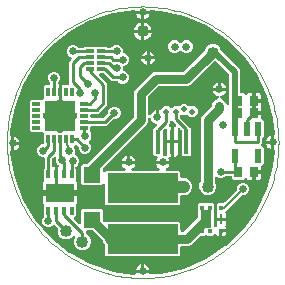
<source format=gbl>
G04 EAGLE Gerber RS-274X export*
G75*
%MOMM*%
%FSLAX35Y35*%
%LPD*%
%INcopper_bottom*%
%IPPOS*%
%AMOC8*
5,1,8,0,0,1.08239X$1,22.5*%
G01*
%ADD10C,0.010000*%
%ADD11R,0.700000X0.900000*%
%ADD12R,1.400000X1.400000*%
%ADD13R,0.400000X2.000000*%
%ADD14R,2.500000X2.500000*%
%ADD15R,0.300000X0.750000*%
%ADD16R,0.750000X0.300000*%
%ADD17R,2.400000X1.500000*%
%ADD18R,0.350000X0.650000*%
%ADD19R,6.000000X2.500000*%
%ADD20C,1.016000*%
%ADD21R,0.600000X1.200000*%
%ADD22R,0.950000X1.500000*%
%ADD23R,0.300000X0.450000*%
%ADD24R,0.230000X0.870000*%
%ADD25R,0.650000X0.300000*%
%ADD26C,0.254000*%
%ADD27C,0.650000*%
%ADD28C,0.250000*%
%ADD29C,1.000000*%
%ADD30C,0.800000*%
%ADD31C,0.200000*%
%ADD32C,0.500000*%
%ADD33C,1.400000*%
%ADD34C,0.508000*%

G36*
X-66793Y-1120765D02*
X-66793Y-1120765D01*
X-66690Y-1120765D01*
X-65242Y-1120383D01*
X-63803Y-1120027D01*
X-63713Y-1119979D01*
X-63614Y-1119953D01*
X-62304Y-1119222D01*
X-61001Y-1118521D01*
X-60926Y-1118453D01*
X-60836Y-1118402D01*
X-59747Y-1117366D01*
X-58661Y-1116366D01*
X-58606Y-1116281D01*
X-58531Y-1116210D01*
X-57736Y-1114939D01*
X-56930Y-1113697D01*
X-56898Y-1113600D01*
X-56843Y-1113513D01*
X-56390Y-1112088D01*
X-55917Y-1110681D01*
X-55910Y-1110579D01*
X-55879Y-1110482D01*
X-55794Y-1109000D01*
X-55685Y-1107508D01*
X-55703Y-1107407D01*
X-55698Y-1107306D01*
X-55912Y-1105699D01*
X-56508Y-1102701D01*
X-3Y-1102701D01*
X-1Y-1102700D01*
X3Y-1102701D01*
X56508Y-1102701D01*
X56475Y-1102867D01*
X56396Y-1103989D01*
X56233Y-1105103D01*
X56283Y-1105572D01*
X56250Y-1106040D01*
X56452Y-1107147D01*
X56572Y-1108267D01*
X56737Y-1108707D01*
X56821Y-1109170D01*
X57293Y-1110194D01*
X57686Y-1111246D01*
X57954Y-1111631D01*
X58152Y-1112059D01*
X58863Y-1112934D01*
X59505Y-1113856D01*
X59861Y-1114162D01*
X60158Y-1114528D01*
X61064Y-1115198D01*
X61916Y-1115931D01*
X62338Y-1116139D01*
X62716Y-1116419D01*
X63758Y-1116843D01*
X64767Y-1117342D01*
X65227Y-1117440D01*
X65663Y-1117617D01*
X66777Y-1117768D01*
X67879Y-1118001D01*
X68600Y-1118014D01*
X68816Y-1118043D01*
X69001Y-1118022D01*
X69500Y-1118031D01*
X149810Y-1114424D01*
X150136Y-1114368D01*
X150466Y-1114378D01*
X152067Y-1114119D01*
X346391Y-1069766D01*
X346568Y-1069701D01*
X346735Y-1069680D01*
X346869Y-1069627D01*
X347028Y-1069603D01*
X348557Y-1069062D01*
X531838Y-990723D01*
X532124Y-990556D01*
X532436Y-990449D01*
X533843Y-989644D01*
X700192Y-879839D01*
X700443Y-879623D01*
X700731Y-879463D01*
X701972Y-878419D01*
X846041Y-740675D01*
X846249Y-740419D01*
X846504Y-740209D01*
X847539Y-738961D01*
X964698Y-577706D01*
X964857Y-577416D01*
X965070Y-577164D01*
X965865Y-575751D01*
X1052348Y-396168D01*
X1052453Y-395855D01*
X1052618Y-395569D01*
X1053148Y-394037D01*
X1106175Y-201898D01*
X1106222Y-201570D01*
X1106333Y-201260D01*
X1106581Y-199658D01*
X1118094Y-71738D01*
X1118088Y-71573D01*
X1118119Y-71410D01*
X1118032Y-69990D01*
X1117980Y-68559D01*
X1117933Y-68400D01*
X1117923Y-68235D01*
X1117488Y-66891D01*
X1117080Y-65508D01*
X1116995Y-65365D01*
X1116944Y-65208D01*
X1116180Y-64000D01*
X1115449Y-62777D01*
X1115333Y-62661D01*
X1115244Y-62520D01*
X1114200Y-61537D01*
X1113191Y-60536D01*
X1113049Y-60452D01*
X1112928Y-60339D01*
X1112701Y-60213D01*
X1112701Y-3D01*
X1112700Y-1D01*
X1112701Y3D01*
X1112701Y60286D01*
X1112982Y60501D01*
X1114134Y61338D01*
X1114239Y61465D01*
X1114371Y61566D01*
X1115253Y62688D01*
X1116164Y63788D01*
X1116235Y63938D01*
X1116336Y64067D01*
X1116910Y65371D01*
X1117520Y66665D01*
X1117552Y66827D01*
X1117618Y66979D01*
X1117851Y68390D01*
X1118119Y69789D01*
X1118109Y69954D01*
X1118136Y70118D01*
X1118094Y71738D01*
X1106581Y199658D01*
X1106511Y199980D01*
X1106505Y200311D01*
X1106175Y201898D01*
X1053148Y394037D01*
X1053020Y394343D01*
X1052957Y394666D01*
X1052438Y395946D01*
X1052404Y396050D01*
X1052381Y396087D01*
X1052348Y396168D01*
X965865Y575751D01*
X965686Y576029D01*
X965565Y576336D01*
X964698Y577706D01*
X847539Y738961D01*
X847313Y739201D01*
X847139Y739483D01*
X846041Y740675D01*
X701972Y878419D01*
X701707Y878616D01*
X701485Y878861D01*
X700192Y879839D01*
X533843Y989644D01*
X533547Y989790D01*
X533285Y989992D01*
X531838Y990723D01*
X348556Y1069062D01*
X348238Y1069153D01*
X347945Y1069305D01*
X346391Y1069766D01*
X152066Y1114119D01*
X151738Y1114151D01*
X151422Y1114248D01*
X149810Y1114424D01*
X71169Y1117956D01*
X69695Y1117837D01*
X68235Y1117747D01*
X68121Y1117710D01*
X67999Y1117700D01*
X66601Y1117218D01*
X65208Y1116768D01*
X65106Y1116703D01*
X64991Y1116663D01*
X63769Y1115858D01*
X62520Y1115068D01*
X62436Y1114978D01*
X62336Y1114912D01*
X61351Y1113827D01*
X60339Y1112752D01*
X60310Y1112701D01*
X3Y1112701D01*
X1Y1112700D01*
X-3Y1112701D01*
X-58740Y1112701D01*
X-59008Y1113260D01*
X-59631Y1114612D01*
X-59696Y1114692D01*
X-59741Y1114786D01*
X-60700Y1115927D01*
X-61637Y1117081D01*
X-61721Y1117143D01*
X-61787Y1117221D01*
X-62993Y1118084D01*
X-64194Y1118973D01*
X-64290Y1119012D01*
X-64374Y1119072D01*
X-65757Y1119608D01*
X-67141Y1120171D01*
X-67244Y1120185D01*
X-67340Y1120222D01*
X-68818Y1120398D01*
X-70293Y1120598D01*
X-70396Y1120587D01*
X-70499Y1120599D01*
X-72116Y1120484D01*
X-249103Y1096509D01*
X-249422Y1096424D01*
X-249752Y1096404D01*
X-251323Y1096003D01*
X-440889Y1034409D01*
X-441189Y1034268D01*
X-441509Y1034189D01*
X-442983Y1033514D01*
X-618505Y939062D01*
X-618774Y938869D01*
X-619076Y938735D01*
X-620405Y937807D01*
X-776241Y813532D01*
X-776472Y813295D01*
X-776745Y813109D01*
X-777887Y811958D01*
X-909028Y661855D01*
X-909213Y661581D01*
X-909448Y661349D01*
X-910367Y660013D01*
X-1012599Y488905D01*
X-1012732Y488602D01*
X-1012921Y488333D01*
X-1013587Y486854D01*
X-1083623Y300242D01*
X-1083700Y299921D01*
X-1083838Y299621D01*
X-1084229Y298047D01*
X-1119820Y101928D01*
X-1119838Y101598D01*
X-1119920Y101278D01*
X-1120024Y99661D01*
X-1120024Y60526D01*
X-1119918Y59691D01*
X-1119913Y58850D01*
X-1119720Y58120D01*
X-1119625Y57370D01*
X-1119315Y56587D01*
X-1119101Y55774D01*
X-1118733Y55115D01*
X-1118455Y54412D01*
X-1117961Y53731D01*
X-1117551Y52996D01*
X-1117030Y52449D01*
X-1116586Y51838D01*
X-1115938Y51301D01*
X-1115358Y50691D01*
X-1114719Y50290D01*
X-1114137Y49808D01*
X-1113375Y49449D01*
X-1112701Y49027D01*
X-1112701Y-9997D01*
X-1112700Y-9999D01*
X-1112701Y-10003D01*
X-1112701Y-69023D01*
X-1112716Y-69028D01*
X-1113354Y-69431D01*
X-1114040Y-69748D01*
X-1114692Y-70278D01*
X-1115404Y-70728D01*
X-1115923Y-71279D01*
X-1116508Y-71755D01*
X-1117007Y-72430D01*
X-1117585Y-73043D01*
X-1117951Y-73705D01*
X-1118400Y-74312D01*
X-1118716Y-75091D01*
X-1119123Y-75828D01*
X-1119313Y-76560D01*
X-1119597Y-77259D01*
X-1119709Y-78093D01*
X-1119920Y-78908D01*
X-1120011Y-80318D01*
X-1120023Y-80412D01*
X-1120019Y-80449D01*
X-1120024Y-80526D01*
X-1120024Y-99661D01*
X-1119983Y-99988D01*
X-1120007Y-100318D01*
X-1119820Y-101928D01*
X-1084229Y-298048D01*
X-1084130Y-298363D01*
X-1084095Y-298691D01*
X-1083623Y-300242D01*
X-1013587Y-486854D01*
X-1013433Y-487146D01*
X-1013340Y-487463D01*
X-1012599Y-488905D01*
X-910367Y-660013D01*
X-910163Y-660274D01*
X-910015Y-660568D01*
X-909028Y-661855D01*
X-777887Y-811958D01*
X-777641Y-812178D01*
X-777442Y-812442D01*
X-776241Y-813532D01*
X-620405Y-937807D01*
X-620123Y-937979D01*
X-619881Y-938204D01*
X-618505Y-939062D01*
X-442983Y-1033514D01*
X-442674Y-1033633D01*
X-442396Y-1033810D01*
X-440889Y-1034409D01*
X-251323Y-1096003D01*
X-250998Y-1096065D01*
X-250693Y-1096190D01*
X-249103Y-1096509D01*
X-70072Y-1120761D01*
X-69970Y-1120762D01*
X-69871Y-1120787D01*
X-68375Y-1120776D01*
X-66891Y-1120790D01*
X-66793Y-1120765D01*
G37*
%LPC*%
G36*
X-308285Y-962500D02*
X-308285Y-962500D01*
X-320000Y-950785D01*
X-320000Y-869255D01*
X-320124Y-868278D01*
X-320153Y-867291D01*
X-320323Y-866704D01*
X-320399Y-866099D01*
X-320761Y-865184D01*
X-321035Y-864234D01*
X-321345Y-863708D01*
X-321569Y-863141D01*
X-322148Y-862343D01*
X-322649Y-861493D01*
X-323316Y-860735D01*
X-323438Y-860567D01*
X-323533Y-860488D01*
X-323720Y-860276D01*
X-326843Y-857153D01*
X-335877Y-835343D01*
X-335921Y-835266D01*
X-335945Y-835182D01*
X-336703Y-833895D01*
X-337453Y-832580D01*
X-337514Y-832516D01*
X-337559Y-832441D01*
X-338630Y-831223D01*
X-421133Y-748720D01*
X-421911Y-748117D01*
X-422631Y-747439D01*
X-423166Y-747143D01*
X-423647Y-746770D01*
X-424549Y-746379D01*
X-425416Y-745901D01*
X-426008Y-745748D01*
X-426566Y-745506D01*
X-427538Y-745352D01*
X-428495Y-745104D01*
X-429503Y-745039D01*
X-429708Y-745007D01*
X-429830Y-745018D01*
X-430113Y-745000D01*
X-464800Y-745000D01*
X-465980Y-745149D01*
X-467164Y-745223D01*
X-467551Y-745348D01*
X-467956Y-745399D01*
X-469062Y-745836D01*
X-470191Y-746202D01*
X-470536Y-746419D01*
X-470914Y-746569D01*
X-471873Y-747265D01*
X-472880Y-747902D01*
X-473160Y-748199D01*
X-473488Y-748438D01*
X-474245Y-749351D01*
X-475061Y-750217D01*
X-475258Y-750573D01*
X-475518Y-750888D01*
X-476024Y-751962D01*
X-476599Y-753002D01*
X-476701Y-753397D01*
X-476874Y-753765D01*
X-477098Y-754930D01*
X-477396Y-756082D01*
X-477435Y-756687D01*
X-477473Y-756889D01*
X-477461Y-757095D01*
X-477499Y-757700D01*
X-477499Y-768343D01*
X-477463Y-768633D01*
X-477486Y-768924D01*
X-477264Y-770206D01*
X-477101Y-771499D01*
X-476994Y-771770D01*
X-476944Y-772058D01*
X-476408Y-773249D01*
X-475931Y-774457D01*
X-475759Y-774693D01*
X-475639Y-774960D01*
X-474826Y-775979D01*
X-474062Y-777031D01*
X-473837Y-777218D01*
X-473655Y-777446D01*
X-472616Y-778229D01*
X-471612Y-779061D01*
X-471348Y-779185D01*
X-471115Y-779361D01*
X-469930Y-779943D01*
X-449979Y-799894D01*
X-439199Y-825917D01*
X-439199Y-854083D01*
X-449979Y-880106D01*
X-469894Y-900021D01*
X-495917Y-910800D01*
X-524083Y-910800D01*
X-550106Y-900021D01*
X-570021Y-880106D01*
X-580800Y-854083D01*
X-580800Y-825917D01*
X-573420Y-808099D01*
X-573301Y-807665D01*
X-573141Y-807326D01*
X-573101Y-807114D01*
X-572958Y-806786D01*
X-572818Y-805898D01*
X-572580Y-805030D01*
X-572569Y-804342D01*
X-572542Y-804202D01*
X-572544Y-804175D01*
X-572460Y-803644D01*
X-572544Y-802750D01*
X-572529Y-801850D01*
X-572692Y-801171D01*
X-572757Y-800477D01*
X-573061Y-799631D01*
X-573271Y-798756D01*
X-573596Y-798140D01*
X-573832Y-797483D01*
X-574338Y-796738D01*
X-574758Y-795944D01*
X-575226Y-795428D01*
X-575618Y-794850D01*
X-576293Y-794254D01*
X-576897Y-793589D01*
X-577478Y-793207D01*
X-578002Y-792744D01*
X-578803Y-792334D01*
X-579554Y-791840D01*
X-580214Y-791613D01*
X-580834Y-791296D01*
X-581711Y-791099D01*
X-582562Y-790806D01*
X-583258Y-790751D01*
X-583938Y-790598D01*
X-584836Y-790624D01*
X-585733Y-790553D01*
X-586420Y-790672D01*
X-587118Y-790692D01*
X-587982Y-790942D01*
X-588868Y-791095D01*
X-589503Y-791381D01*
X-590174Y-791574D01*
X-590949Y-792031D01*
X-591769Y-792399D01*
X-592313Y-792834D01*
X-592915Y-793188D01*
X-593946Y-794095D01*
X-593994Y-794130D01*
X-594016Y-794157D01*
X-594133Y-794259D01*
X-609894Y-810021D01*
X-635917Y-820800D01*
X-664083Y-820800D01*
X-690106Y-810021D01*
X-710021Y-790106D01*
X-720800Y-764083D01*
X-720800Y-735868D01*
X-720771Y-735810D01*
X-720485Y-734540D01*
X-720141Y-733283D01*
X-720136Y-732991D01*
X-720072Y-732707D01*
X-720111Y-731403D01*
X-720090Y-730102D01*
X-720158Y-729819D01*
X-720167Y-729527D01*
X-720528Y-728274D01*
X-720831Y-727008D01*
X-720968Y-726751D01*
X-721048Y-726470D01*
X-721708Y-725350D01*
X-722318Y-724196D01*
X-722515Y-723980D01*
X-722663Y-723729D01*
X-723733Y-722512D01*
X-742019Y-704226D01*
X-742956Y-703499D01*
X-743848Y-702711D01*
X-744211Y-702526D01*
X-744533Y-702276D01*
X-745623Y-701804D01*
X-746681Y-701263D01*
X-747078Y-701173D01*
X-747452Y-701012D01*
X-748623Y-700826D01*
X-749784Y-700564D01*
X-750192Y-700577D01*
X-750593Y-700513D01*
X-751773Y-700624D01*
X-752964Y-700659D01*
X-753356Y-700772D01*
X-753761Y-700810D01*
X-754876Y-701211D01*
X-756020Y-701541D01*
X-756372Y-701748D01*
X-756755Y-701885D01*
X-757739Y-702553D01*
X-758762Y-703155D01*
X-759215Y-703554D01*
X-759388Y-703671D01*
X-759526Y-703827D01*
X-759979Y-704226D01*
X-767760Y-712008D01*
X-787057Y-720000D01*
X-807943Y-720000D01*
X-827239Y-712008D01*
X-842008Y-697239D01*
X-850000Y-677943D01*
X-850000Y-657057D01*
X-842008Y-637761D01*
X-838720Y-634473D01*
X-838115Y-633694D01*
X-837439Y-632976D01*
X-837205Y-632553D01*
X-837089Y-632413D01*
X-837039Y-632307D01*
X-836770Y-631960D01*
X-836378Y-631055D01*
X-835901Y-630191D01*
X-835748Y-629600D01*
X-835506Y-629041D01*
X-835351Y-628068D01*
X-835104Y-627111D01*
X-835039Y-626104D01*
X-835007Y-625899D01*
X-835018Y-625777D01*
X-835000Y-625493D01*
X-835000Y-539216D01*
X-834833Y-539048D01*
X-834105Y-538109D01*
X-833318Y-537219D01*
X-833132Y-536856D01*
X-832883Y-536535D01*
X-832412Y-535447D01*
X-831870Y-534386D01*
X-831780Y-533989D01*
X-831619Y-533616D01*
X-831433Y-532444D01*
X-831171Y-531283D01*
X-831183Y-530875D01*
X-831120Y-530474D01*
X-831231Y-529293D01*
X-831266Y-528103D01*
X-831379Y-527712D01*
X-831417Y-527307D01*
X-831818Y-526192D01*
X-832148Y-525047D01*
X-832355Y-524695D01*
X-832492Y-524313D01*
X-833158Y-523332D01*
X-833762Y-522305D01*
X-834162Y-521850D01*
X-834278Y-521680D01*
X-834432Y-521544D01*
X-834833Y-521088D01*
X-840326Y-515596D01*
X-843669Y-509804D01*
X-845400Y-503344D01*
X-845400Y-450398D01*
X-813970Y-450398D01*
X-812790Y-450249D01*
X-811605Y-450176D01*
X-811218Y-450051D01*
X-810814Y-450000D01*
X-809708Y-449563D01*
X-808578Y-449197D01*
X-808234Y-448979D01*
X-807856Y-448830D01*
X-806896Y-448133D01*
X-805890Y-447497D01*
X-805610Y-447199D01*
X-805281Y-446961D01*
X-804524Y-446048D01*
X-803709Y-445182D01*
X-803512Y-444825D01*
X-803252Y-444511D01*
X-802745Y-443437D01*
X-802171Y-442397D01*
X-802069Y-442002D01*
X-801895Y-441634D01*
X-801672Y-440469D01*
X-801374Y-439317D01*
X-801335Y-438712D01*
X-801296Y-438510D01*
X-801309Y-438304D01*
X-801270Y-437699D01*
X-801270Y-412300D01*
X-801419Y-411120D01*
X-801493Y-409936D01*
X-801618Y-409549D01*
X-801669Y-409144D01*
X-802106Y-408039D01*
X-802472Y-406909D01*
X-802689Y-406565D01*
X-802839Y-406186D01*
X-803535Y-405227D01*
X-804172Y-404221D01*
X-804469Y-403940D01*
X-804708Y-403612D01*
X-805621Y-402855D01*
X-806487Y-402039D01*
X-806843Y-401843D01*
X-807158Y-401583D01*
X-808232Y-401076D01*
X-809272Y-400502D01*
X-809667Y-400399D01*
X-810035Y-400226D01*
X-811200Y-400003D01*
X-812352Y-399704D01*
X-812957Y-399666D01*
X-813159Y-399627D01*
X-813365Y-399640D01*
X-813970Y-399601D01*
X-845400Y-399601D01*
X-845400Y-346655D01*
X-843669Y-340195D01*
X-840326Y-334404D01*
X-834833Y-328912D01*
X-834104Y-327972D01*
X-833318Y-327082D01*
X-833133Y-326720D01*
X-832883Y-326398D01*
X-832411Y-325308D01*
X-831870Y-324249D01*
X-831780Y-323852D01*
X-831619Y-323479D01*
X-831433Y-322308D01*
X-831171Y-321146D01*
X-831183Y-320739D01*
X-831120Y-320338D01*
X-831231Y-319154D01*
X-831266Y-317966D01*
X-831379Y-317576D01*
X-831417Y-317170D01*
X-831819Y-316051D01*
X-832148Y-314910D01*
X-832355Y-314559D01*
X-832492Y-314176D01*
X-833159Y-313193D01*
X-833762Y-312168D01*
X-834161Y-311715D01*
X-834278Y-311543D01*
X-834433Y-311406D01*
X-834833Y-310951D01*
X-835000Y-310784D01*
X-835000Y-229215D01*
X-833920Y-228135D01*
X-833317Y-227357D01*
X-832639Y-226638D01*
X-832420Y-226241D01*
X-832247Y-226033D01*
X-832183Y-225896D01*
X-831970Y-225622D01*
X-831578Y-224717D01*
X-831101Y-223853D01*
X-830957Y-223295D01*
X-830891Y-223155D01*
X-830882Y-223108D01*
X-830706Y-222702D01*
X-830552Y-221730D01*
X-830304Y-220773D01*
X-830239Y-219765D01*
X-830207Y-219561D01*
X-830218Y-219438D01*
X-830200Y-219155D01*
X-830200Y-135200D01*
X-830349Y-134020D01*
X-830423Y-132835D01*
X-830548Y-132448D01*
X-830599Y-132044D01*
X-831036Y-130938D01*
X-831402Y-129808D01*
X-831619Y-129464D01*
X-831769Y-129086D01*
X-832465Y-128126D01*
X-833102Y-127120D01*
X-833399Y-126840D01*
X-833638Y-126511D01*
X-834551Y-125754D01*
X-835417Y-124939D01*
X-835773Y-124742D01*
X-836088Y-124482D01*
X-837162Y-123975D01*
X-838202Y-123401D01*
X-838597Y-123299D01*
X-838965Y-123125D01*
X-840130Y-122902D01*
X-841282Y-122604D01*
X-841887Y-122565D01*
X-842089Y-122526D01*
X-842295Y-122539D01*
X-842900Y-122500D01*
X-850443Y-122500D01*
X-869739Y-114508D01*
X-884508Y-99739D01*
X-892500Y-80443D01*
X-892500Y-59557D01*
X-884508Y-40260D01*
X-869739Y-25492D01*
X-850443Y-17499D01*
X-847700Y-17499D01*
X-846520Y-17350D01*
X-845335Y-17277D01*
X-844948Y-17152D01*
X-844544Y-17101D01*
X-843438Y-16663D01*
X-842308Y-16298D01*
X-841964Y-16080D01*
X-841586Y-15931D01*
X-840626Y-15234D01*
X-839620Y-14598D01*
X-839340Y-14300D01*
X-839011Y-14062D01*
X-838254Y-13148D01*
X-837439Y-12283D01*
X-837242Y-11926D01*
X-836982Y-11612D01*
X-836475Y-10538D01*
X-835901Y-9498D01*
X-835799Y-9103D01*
X-835625Y-8735D01*
X-835402Y-7570D01*
X-835104Y-6418D01*
X-835065Y-5813D01*
X-835026Y-5611D01*
X-835039Y-5405D01*
X-835000Y-4800D01*
X-835000Y69112D01*
X-835132Y70158D01*
X-835175Y71211D01*
X-835331Y71730D01*
X-835399Y72268D01*
X-835786Y73247D01*
X-836090Y74258D01*
X-836370Y74723D01*
X-836569Y75226D01*
X-837189Y76079D01*
X-837733Y76982D01*
X-838119Y77362D01*
X-838438Y77800D01*
X-839251Y78474D01*
X-840002Y79212D01*
X-840397Y79475D01*
X-845726Y84804D01*
X-846090Y85380D01*
X-846485Y85752D01*
X-846812Y86183D01*
X-847638Y86838D01*
X-848405Y87561D01*
X-848880Y87823D01*
X-849304Y88160D01*
X-850267Y88589D01*
X-851190Y89099D01*
X-851716Y89235D01*
X-852210Y89455D01*
X-853248Y89632D01*
X-854270Y89896D01*
X-855128Y89951D01*
X-855346Y89988D01*
X-855503Y89975D01*
X-855888Y89999D01*
X-945785Y89999D01*
X-957500Y101715D01*
X-957500Y348285D01*
X-945785Y360000D01*
X-855888Y360000D01*
X-854842Y360132D01*
X-853788Y360175D01*
X-853269Y360331D01*
X-852732Y360399D01*
X-851753Y360786D01*
X-850742Y361090D01*
X-850277Y361370D01*
X-849774Y361569D01*
X-848920Y362189D01*
X-848018Y362733D01*
X-847638Y363119D01*
X-847199Y363438D01*
X-846526Y364251D01*
X-845788Y365002D01*
X-845524Y365397D01*
X-840196Y370726D01*
X-839620Y371090D01*
X-839248Y371485D01*
X-838817Y371812D01*
X-838162Y372638D01*
X-837439Y373405D01*
X-837177Y373880D01*
X-836840Y374304D01*
X-836411Y375267D01*
X-835901Y376190D01*
X-835765Y376716D01*
X-835545Y377210D01*
X-835368Y378248D01*
X-835104Y379270D01*
X-835049Y380128D01*
X-835012Y380346D01*
X-835025Y380503D01*
X-835000Y380888D01*
X-835000Y470785D01*
X-823285Y482500D01*
X-795400Y482500D01*
X-794220Y482649D01*
X-793035Y482723D01*
X-792648Y482848D01*
X-792244Y482899D01*
X-791138Y483336D01*
X-790008Y483702D01*
X-789664Y483919D01*
X-789286Y484069D01*
X-788326Y484765D01*
X-787320Y485402D01*
X-787040Y485699D01*
X-786711Y485938D01*
X-785954Y486851D01*
X-785139Y487717D01*
X-784942Y488073D01*
X-784682Y488388D01*
X-784175Y489462D01*
X-783601Y490502D01*
X-783499Y490897D01*
X-783325Y491265D01*
X-783102Y492430D01*
X-782804Y493582D01*
X-782765Y494187D01*
X-782726Y494389D01*
X-782739Y494595D01*
X-782700Y495200D01*
X-782700Y498193D01*
X-782824Y499171D01*
X-782853Y500158D01*
X-783023Y500745D01*
X-783099Y501349D01*
X-783461Y502265D01*
X-783735Y503214D01*
X-784045Y503741D01*
X-784269Y504307D01*
X-784848Y505105D01*
X-785349Y505956D01*
X-786016Y506713D01*
X-786138Y506882D01*
X-786233Y506961D01*
X-786420Y507173D01*
X-794508Y515260D01*
X-802500Y534557D01*
X-802500Y555443D01*
X-794508Y574739D01*
X-779739Y589508D01*
X-760443Y597500D01*
X-739557Y597500D01*
X-720260Y589508D01*
X-705492Y574739D01*
X-697499Y555443D01*
X-697499Y534557D01*
X-705492Y515261D01*
X-711173Y509580D01*
X-712025Y508482D01*
X-712912Y507412D01*
X-712999Y507227D01*
X-713123Y507066D01*
X-713675Y505792D01*
X-714268Y504534D01*
X-714307Y504334D01*
X-714388Y504147D01*
X-714607Y502767D01*
X-714867Y501410D01*
X-714855Y501207D01*
X-714887Y501006D01*
X-714757Y499619D01*
X-714671Y498235D01*
X-714608Y498042D01*
X-714589Y497838D01*
X-714118Y496527D01*
X-713692Y495208D01*
X-713583Y495036D01*
X-713514Y494844D01*
X-712735Y493696D01*
X-712701Y493641D01*
X-712701Y425003D01*
X-712700Y425001D01*
X-712701Y424997D01*
X-712701Y362099D01*
X-713879Y361950D01*
X-715063Y361877D01*
X-715450Y361752D01*
X-715855Y361701D01*
X-716961Y361263D01*
X-718090Y360898D01*
X-718435Y360680D01*
X-718813Y360531D01*
X-719773Y359834D01*
X-720779Y359198D01*
X-721059Y358900D01*
X-721388Y358662D01*
X-722144Y357748D01*
X-722960Y356883D01*
X-723157Y356526D01*
X-723417Y356212D01*
X-723923Y355138D01*
X-724498Y354098D01*
X-724600Y353703D01*
X-724773Y353335D01*
X-724997Y352170D01*
X-725295Y351018D01*
X-725334Y350413D01*
X-725373Y350211D01*
X-725360Y350005D01*
X-725398Y349400D01*
X-725398Y299457D01*
X-725293Y298621D01*
X-725287Y297779D01*
X-725094Y297048D01*
X-725000Y296301D01*
X-724691Y295519D01*
X-724475Y294703D01*
X-724107Y294043D01*
X-723830Y293343D01*
X-723336Y292662D01*
X-722924Y291925D01*
X-722403Y291378D01*
X-721961Y290768D01*
X-721313Y290231D01*
X-720732Y289621D01*
X-720093Y289221D01*
X-719511Y288739D01*
X-718748Y288379D01*
X-718035Y287933D01*
X-717317Y287704D01*
X-716634Y287382D01*
X-715807Y287224D01*
X-715004Y286968D01*
X-714251Y286925D01*
X-713510Y286783D01*
X-712701Y286833D01*
X-712701Y242701D01*
X-758827Y242701D01*
X-758953Y243090D01*
X-759356Y243728D01*
X-759671Y244412D01*
X-760202Y245065D01*
X-760653Y245779D01*
X-761203Y246297D01*
X-761678Y246880D01*
X-762355Y247382D01*
X-762969Y247960D01*
X-763629Y248325D01*
X-764235Y248773D01*
X-765015Y249090D01*
X-765754Y249498D01*
X-766485Y249687D01*
X-767182Y249970D01*
X-768016Y250083D01*
X-768833Y250295D01*
X-770238Y250385D01*
X-770334Y250398D01*
X-770372Y250393D01*
X-770451Y250398D01*
X-829800Y250398D01*
X-830980Y250249D01*
X-832164Y250176D01*
X-832551Y250051D01*
X-832956Y250000D01*
X-834062Y249563D01*
X-835191Y249197D01*
X-835536Y248979D01*
X-835914Y248830D01*
X-836873Y248133D01*
X-837880Y247497D01*
X-838160Y247199D01*
X-838488Y246961D01*
X-839245Y246048D01*
X-840061Y245182D01*
X-840258Y244825D01*
X-840518Y244511D01*
X-841024Y243437D01*
X-841599Y242397D01*
X-841701Y242002D01*
X-841874Y241634D01*
X-842098Y240469D01*
X-842396Y239317D01*
X-842435Y238712D01*
X-842473Y238510D01*
X-842461Y238304D01*
X-842499Y237699D01*
X-842499Y212300D01*
X-842350Y211120D01*
X-842277Y209936D01*
X-842152Y209549D01*
X-842101Y209144D01*
X-841663Y208039D01*
X-841298Y206909D01*
X-841080Y206565D01*
X-840931Y206186D01*
X-840234Y205227D01*
X-839598Y204221D01*
X-839300Y203940D01*
X-839062Y203612D01*
X-838148Y202855D01*
X-837283Y202039D01*
X-836926Y201843D01*
X-836612Y201583D01*
X-835538Y201076D01*
X-834498Y200502D01*
X-834103Y200399D01*
X-833735Y200226D01*
X-832570Y200003D01*
X-831418Y199704D01*
X-830813Y199666D01*
X-830611Y199627D01*
X-830405Y199640D01*
X-829800Y199601D01*
X-768462Y199601D01*
X-767627Y199706D01*
X-766784Y199712D01*
X-766054Y199905D01*
X-765306Y199999D01*
X-764524Y200309D01*
X-763708Y200524D01*
X-763049Y200892D01*
X-762348Y201170D01*
X-761667Y201664D01*
X-760931Y202075D01*
X-760384Y202595D01*
X-759773Y203038D01*
X-759236Y203687D01*
X-758626Y204268D01*
X-758226Y204906D01*
X-757744Y205488D01*
X-757385Y206250D01*
X-756938Y206964D01*
X-756709Y207683D01*
X-756388Y208366D01*
X-756229Y209192D01*
X-755973Y209995D01*
X-755931Y210749D01*
X-755788Y211490D01*
X-755840Y212330D01*
X-755793Y213171D01*
X-755979Y214570D01*
X-755985Y214665D01*
X-755996Y214700D01*
X-756007Y214778D01*
X-756508Y217299D01*
X-712701Y217299D01*
X-711553Y217444D01*
X-711800Y216996D01*
X-711902Y216601D01*
X-712076Y216233D01*
X-712299Y215068D01*
X-712597Y213917D01*
X-712636Y213312D01*
X-712675Y213109D01*
X-712662Y212903D01*
X-712701Y212299D01*
X-712701Y173174D01*
X-713394Y173223D01*
X-714223Y173072D01*
X-715063Y173020D01*
X-715781Y172788D01*
X-716524Y172653D01*
X-717289Y172300D01*
X-718090Y172041D01*
X-718728Y171638D01*
X-719413Y171323D01*
X-720066Y170792D01*
X-720779Y170341D01*
X-721297Y169791D01*
X-721882Y169316D01*
X-722382Y168639D01*
X-722960Y168026D01*
X-723325Y167364D01*
X-723773Y166758D01*
X-724090Y165979D01*
X-724498Y165241D01*
X-724687Y164509D01*
X-724971Y163811D01*
X-725083Y162978D01*
X-725295Y162161D01*
X-725385Y160753D01*
X-725398Y160659D01*
X-725393Y160621D01*
X-725398Y160543D01*
X-725398Y95200D01*
X-725249Y94020D01*
X-725176Y92835D01*
X-725051Y92448D01*
X-725000Y92044D01*
X-724563Y90938D01*
X-724197Y89808D01*
X-723979Y89464D01*
X-723830Y89086D01*
X-723133Y88126D01*
X-722497Y87120D01*
X-722199Y86840D01*
X-721961Y86511D01*
X-721048Y85754D01*
X-720182Y84939D01*
X-719825Y84742D01*
X-719511Y84482D01*
X-718437Y83975D01*
X-717397Y83401D01*
X-717002Y83299D01*
X-716634Y83125D01*
X-715469Y82902D01*
X-714317Y82604D01*
X-713712Y82565D01*
X-713510Y82526D01*
X-713304Y82539D01*
X-712699Y82500D01*
X-687300Y82500D01*
X-686120Y82649D01*
X-684936Y82723D01*
X-684549Y82848D01*
X-684144Y82899D01*
X-683039Y83336D01*
X-681909Y83702D01*
X-681565Y83919D01*
X-681186Y84069D01*
X-680227Y84765D01*
X-679221Y85402D01*
X-678940Y85699D01*
X-678612Y85938D01*
X-677855Y86851D01*
X-677039Y87717D01*
X-676843Y88073D01*
X-676583Y88388D01*
X-676076Y89462D01*
X-675502Y90502D01*
X-675399Y90897D01*
X-675226Y91265D01*
X-675003Y92430D01*
X-674704Y93582D01*
X-674666Y94187D01*
X-674627Y94389D01*
X-674640Y94595D01*
X-674601Y95200D01*
X-674601Y160543D01*
X-674706Y161378D01*
X-674712Y162221D01*
X-674905Y162951D01*
X-674999Y163699D01*
X-675309Y164481D01*
X-675524Y165297D01*
X-675892Y165956D01*
X-676170Y166657D01*
X-676664Y167338D01*
X-677075Y168074D01*
X-677595Y168621D01*
X-678038Y169232D01*
X-678687Y169769D01*
X-679268Y170379D01*
X-679906Y170779D01*
X-680488Y171261D01*
X-681250Y171620D01*
X-681964Y172067D01*
X-682683Y172296D01*
X-683366Y172618D01*
X-684192Y172776D01*
X-684995Y173032D01*
X-685749Y173074D01*
X-686490Y173217D01*
X-687299Y173167D01*
X-687299Y212299D01*
X-687448Y213479D01*
X-687521Y214663D01*
X-687646Y215050D01*
X-687697Y215455D01*
X-688135Y216560D01*
X-688396Y217369D01*
X-688312Y217363D01*
X-688109Y217325D01*
X-687903Y217338D01*
X-687299Y217299D01*
X-643492Y217299D01*
X-643993Y214778D01*
X-644053Y213938D01*
X-644211Y213111D01*
X-644165Y212358D01*
X-644218Y211605D01*
X-644067Y210776D01*
X-644015Y209936D01*
X-643783Y209219D01*
X-643648Y208476D01*
X-643295Y207710D01*
X-643036Y206909D01*
X-642633Y206272D01*
X-642317Y205586D01*
X-641786Y204933D01*
X-641336Y204221D01*
X-640786Y203703D01*
X-640310Y203118D01*
X-639633Y202617D01*
X-639020Y202039D01*
X-638359Y201674D01*
X-637753Y201226D01*
X-636973Y200909D01*
X-636235Y200502D01*
X-635505Y200313D01*
X-634806Y200028D01*
X-633971Y199915D01*
X-633156Y199704D01*
X-631748Y199614D01*
X-631653Y199602D01*
X-631616Y199606D01*
X-631538Y199601D01*
X-570200Y199601D01*
X-569020Y199750D01*
X-567835Y199823D01*
X-567448Y199948D01*
X-567044Y199999D01*
X-565938Y200437D01*
X-564808Y200802D01*
X-564464Y201020D01*
X-564086Y201170D01*
X-563126Y201866D01*
X-562120Y202503D01*
X-561840Y202800D01*
X-561511Y203038D01*
X-560754Y203952D01*
X-559939Y204818D01*
X-559742Y205174D01*
X-559482Y205488D01*
X-558975Y206563D01*
X-558401Y207603D01*
X-558299Y207998D01*
X-558125Y208366D01*
X-557902Y209531D01*
X-557604Y210683D01*
X-557565Y211287D01*
X-557526Y211490D01*
X-557538Y211685D01*
X-557526Y211748D01*
X-557531Y211823D01*
X-557500Y212300D01*
X-557500Y237699D01*
X-557649Y238879D01*
X-557723Y240063D01*
X-557848Y240450D01*
X-557899Y240855D01*
X-558336Y241961D01*
X-558702Y243090D01*
X-558919Y243435D01*
X-559069Y243813D01*
X-559765Y244773D01*
X-560402Y245779D01*
X-560699Y246059D01*
X-560938Y246388D01*
X-561851Y247144D01*
X-562717Y247960D01*
X-563073Y248157D01*
X-563388Y248417D01*
X-564462Y248923D01*
X-565502Y249498D01*
X-565897Y249600D01*
X-566265Y249773D01*
X-567430Y249997D01*
X-568582Y250295D01*
X-569187Y250334D01*
X-569389Y250373D01*
X-569595Y250360D01*
X-570200Y250398D01*
X-629548Y250398D01*
X-630385Y250293D01*
X-631228Y250287D01*
X-631957Y250094D01*
X-632704Y250000D01*
X-633488Y249690D01*
X-634303Y249475D01*
X-634962Y249107D01*
X-635663Y248830D01*
X-636344Y248335D01*
X-637081Y247923D01*
X-637628Y247403D01*
X-638237Y246961D01*
X-638775Y246312D01*
X-639385Y245731D01*
X-639784Y245093D01*
X-640266Y244511D01*
X-640626Y243748D01*
X-641073Y243034D01*
X-641179Y242701D01*
X-687299Y242701D01*
X-687299Y286825D01*
X-686605Y286776D01*
X-685776Y286928D01*
X-684936Y286979D01*
X-684219Y287211D01*
X-683476Y287347D01*
X-682710Y287699D01*
X-681909Y287958D01*
X-681272Y288361D01*
X-680586Y288677D01*
X-679933Y289208D01*
X-679221Y289659D01*
X-678703Y290208D01*
X-678118Y290684D01*
X-677617Y291361D01*
X-677039Y291974D01*
X-676675Y292634D01*
X-676226Y293241D01*
X-675909Y294022D01*
X-675502Y294759D01*
X-675312Y295491D01*
X-675029Y296189D01*
X-674916Y297022D01*
X-674704Y297839D01*
X-674614Y299246D01*
X-674602Y299341D01*
X-674606Y299378D01*
X-674601Y299457D01*
X-674601Y349400D01*
X-674750Y350580D01*
X-674823Y351764D01*
X-674948Y352151D01*
X-674999Y352556D01*
X-675437Y353662D01*
X-675802Y354791D01*
X-676020Y355136D01*
X-676170Y355514D01*
X-676866Y356473D01*
X-677503Y357480D01*
X-677800Y357760D01*
X-678038Y358088D01*
X-678952Y358845D01*
X-679818Y359661D01*
X-680174Y359858D01*
X-680488Y360118D01*
X-681563Y360624D01*
X-682603Y361199D01*
X-682998Y361301D01*
X-683366Y361474D01*
X-684531Y361698D01*
X-685683Y361996D01*
X-686287Y362035D01*
X-686490Y362073D01*
X-686696Y362061D01*
X-687299Y362099D01*
X-687299Y424997D01*
X-687299Y424999D01*
X-687299Y425003D01*
X-687299Y487900D01*
X-681655Y487900D01*
X-675195Y486169D01*
X-671788Y484202D01*
X-670942Y483846D01*
X-670136Y483401D01*
X-669479Y483231D01*
X-668855Y482969D01*
X-667947Y482834D01*
X-667056Y482604D01*
X-665881Y482529D01*
X-665708Y482503D01*
X-665623Y482512D01*
X-665438Y482500D01*
X-635400Y482500D01*
X-634220Y482649D01*
X-633035Y482723D01*
X-632648Y482848D01*
X-632244Y482899D01*
X-631138Y483336D01*
X-630008Y483702D01*
X-629664Y483919D01*
X-629286Y484069D01*
X-628326Y484765D01*
X-627320Y485402D01*
X-627040Y485699D01*
X-626711Y485938D01*
X-625954Y486851D01*
X-625139Y487717D01*
X-624942Y488073D01*
X-624682Y488388D01*
X-624175Y489462D01*
X-623601Y490502D01*
X-623499Y490897D01*
X-623325Y491265D01*
X-623102Y492430D01*
X-622804Y493582D01*
X-622765Y494187D01*
X-622726Y494389D01*
X-622739Y494595D01*
X-622700Y495200D01*
X-622700Y683545D01*
X-605611Y700634D01*
X-605307Y701026D01*
X-604941Y701358D01*
X-604336Y702278D01*
X-603661Y703148D01*
X-603464Y703601D01*
X-603192Y704015D01*
X-602834Y705058D01*
X-602397Y706067D01*
X-602319Y706555D01*
X-602158Y707024D01*
X-602070Y708122D01*
X-601898Y709208D01*
X-601944Y709702D01*
X-601905Y710195D01*
X-602092Y711278D01*
X-602195Y712376D01*
X-602363Y712842D01*
X-602447Y713329D01*
X-602898Y714333D01*
X-603270Y715369D01*
X-603548Y715779D01*
X-603751Y716231D01*
X-604439Y717093D01*
X-605056Y718002D01*
X-605426Y718329D01*
X-605736Y718717D01*
X-606616Y719381D01*
X-607440Y720109D01*
X-607880Y720334D01*
X-608276Y720632D01*
X-609731Y721347D01*
X-619739Y725492D01*
X-634508Y740260D01*
X-642500Y759557D01*
X-642500Y780443D01*
X-634508Y799739D01*
X-619739Y814508D01*
X-600443Y822500D01*
X-579557Y822500D01*
X-560260Y814508D01*
X-552173Y806420D01*
X-551395Y805817D01*
X-550676Y805139D01*
X-550141Y804844D01*
X-549660Y804470D01*
X-548755Y804078D01*
X-547891Y803601D01*
X-547299Y803448D01*
X-546740Y803206D01*
X-545768Y803052D01*
X-544811Y802804D01*
X-543803Y802739D01*
X-543599Y802707D01*
X-543476Y802718D01*
X-543193Y802700D01*
X-498344Y802700D01*
X-497365Y802824D01*
X-496379Y802853D01*
X-495793Y803023D01*
X-495188Y803099D01*
X-494270Y803462D01*
X-493323Y803736D01*
X-492798Y804045D01*
X-492230Y804269D01*
X-491432Y804848D01*
X-491174Y805000D01*
X-409216Y805000D01*
X-408980Y804765D01*
X-408042Y804037D01*
X-407151Y803250D01*
X-406788Y803064D01*
X-406467Y802815D01*
X-405377Y802343D01*
X-404318Y801802D01*
X-403922Y801713D01*
X-403548Y801551D01*
X-402375Y801364D01*
X-401215Y801103D01*
X-400807Y801115D01*
X-400406Y801052D01*
X-399225Y801163D01*
X-398035Y801198D01*
X-397644Y801311D01*
X-397239Y801349D01*
X-396123Y801750D01*
X-394979Y802080D01*
X-394627Y802287D01*
X-394245Y802424D01*
X-393263Y803090D01*
X-392238Y803694D01*
X-391783Y804093D01*
X-391612Y804209D01*
X-391475Y804365D01*
X-391020Y804765D01*
X-390785Y805000D01*
X-308887Y805000D01*
X-308603Y804844D01*
X-308122Y804470D01*
X-307217Y804078D01*
X-306353Y803601D01*
X-305761Y803448D01*
X-305202Y803206D01*
X-304230Y803052D01*
X-303273Y802804D01*
X-302265Y802739D01*
X-302061Y802707D01*
X-301938Y802718D01*
X-301655Y802700D01*
X-266807Y802700D01*
X-265829Y802824D01*
X-264842Y802853D01*
X-264255Y803023D01*
X-263651Y803099D01*
X-262735Y803461D01*
X-261785Y803735D01*
X-261259Y804045D01*
X-260693Y804269D01*
X-259895Y804848D01*
X-259044Y805349D01*
X-258287Y806016D01*
X-258118Y806138D01*
X-258039Y806233D01*
X-257827Y806420D01*
X-249739Y814508D01*
X-230443Y822500D01*
X-209557Y822500D01*
X-190260Y814508D01*
X-175492Y799739D01*
X-167499Y780443D01*
X-167499Y764276D01*
X-167463Y763985D01*
X-167486Y763695D01*
X-167264Y762413D01*
X-167101Y761120D01*
X-166993Y760848D01*
X-166944Y760560D01*
X-166410Y759372D01*
X-165931Y758162D01*
X-165759Y757925D01*
X-165639Y757659D01*
X-164827Y756641D01*
X-164062Y755587D01*
X-163837Y755401D01*
X-163655Y755173D01*
X-162617Y754390D01*
X-161612Y753558D01*
X-161347Y753433D01*
X-161115Y753258D01*
X-159660Y752543D01*
X-140260Y744508D01*
X-125492Y729739D01*
X-117499Y710443D01*
X-117499Y689557D01*
X-125492Y670260D01*
X-140260Y655492D01*
X-159660Y647457D01*
X-159914Y647312D01*
X-160191Y647222D01*
X-161292Y646526D01*
X-162423Y645881D01*
X-162632Y645678D01*
X-162880Y645522D01*
X-163774Y644572D01*
X-164708Y643668D01*
X-164861Y643419D01*
X-165061Y643207D01*
X-165690Y642067D01*
X-166372Y640956D01*
X-166458Y640677D01*
X-166599Y640422D01*
X-166925Y639160D01*
X-167309Y637916D01*
X-167323Y637625D01*
X-167396Y637342D01*
X-167499Y635724D01*
X-167499Y619557D01*
X-167507Y619539D01*
X-167821Y618391D01*
X-168207Y617269D01*
X-168239Y616864D01*
X-168347Y616471D01*
X-168366Y615281D01*
X-168460Y614098D01*
X-168391Y613698D01*
X-168397Y613290D01*
X-168120Y612135D01*
X-167918Y610964D01*
X-167751Y610592D01*
X-167656Y610197D01*
X-167101Y609146D01*
X-166613Y608063D01*
X-166360Y607744D01*
X-166169Y607384D01*
X-165370Y606504D01*
X-164629Y605576D01*
X-164304Y605331D01*
X-164030Y605030D01*
X-163038Y604377D01*
X-162089Y603661D01*
X-161545Y603394D01*
X-161373Y603281D01*
X-161178Y603214D01*
X-160634Y602946D01*
X-140260Y594508D01*
X-125492Y579739D01*
X-117499Y560443D01*
X-117499Y539557D01*
X-125492Y520260D01*
X-140260Y505492D01*
X-159557Y497499D01*
X-180443Y497499D01*
X-199739Y505492D01*
X-207827Y513580D01*
X-208605Y514183D01*
X-209324Y514861D01*
X-209858Y515156D01*
X-210340Y515530D01*
X-211244Y515921D01*
X-212109Y516399D01*
X-212701Y516552D01*
X-213259Y516794D01*
X-214232Y516948D01*
X-215189Y517196D01*
X-216197Y517260D01*
X-216401Y517293D01*
X-216524Y517281D01*
X-216807Y517299D01*
X-263545Y517299D01*
X-327526Y581280D01*
X-328303Y581883D01*
X-329023Y582561D01*
X-329557Y582856D01*
X-330039Y583230D01*
X-330943Y583621D01*
X-331808Y584099D01*
X-332400Y584252D01*
X-332958Y584494D01*
X-333931Y584648D01*
X-334888Y584896D01*
X-335896Y584960D01*
X-336100Y584993D01*
X-336223Y584981D01*
X-336505Y584999D01*
X-358095Y584999D01*
X-359477Y584825D01*
X-360857Y584695D01*
X-361048Y584627D01*
X-361251Y584601D01*
X-362542Y584090D01*
X-363851Y583620D01*
X-364020Y583505D01*
X-364209Y583431D01*
X-365329Y582618D01*
X-366483Y581835D01*
X-366619Y581681D01*
X-366783Y581562D01*
X-367669Y580493D01*
X-368590Y579451D01*
X-368682Y579270D01*
X-368813Y579112D01*
X-369406Y577853D01*
X-370038Y576618D01*
X-370082Y576419D01*
X-370169Y576235D01*
X-370431Y574873D01*
X-370736Y573515D01*
X-370730Y573310D01*
X-370768Y573111D01*
X-370683Y571730D01*
X-370642Y570335D01*
X-370585Y570138D01*
X-370572Y569936D01*
X-370145Y568616D01*
X-369759Y567279D01*
X-369656Y567103D01*
X-369593Y566909D01*
X-368848Y565730D01*
X-368146Y564538D01*
X-367960Y564327D01*
X-367893Y564220D01*
X-367739Y564076D01*
X-367075Y563320D01*
X-302099Y498345D01*
X-302099Y316654D01*
X-376454Y242299D01*
X-429800Y242299D01*
X-430980Y242150D01*
X-432164Y242077D01*
X-432551Y241952D01*
X-432956Y241901D01*
X-434062Y241463D01*
X-435191Y241098D01*
X-435536Y240880D01*
X-435914Y240731D01*
X-436873Y240034D01*
X-437880Y239398D01*
X-438160Y239100D01*
X-438488Y238862D01*
X-439245Y237948D01*
X-440061Y237083D01*
X-440258Y236726D01*
X-440518Y236412D01*
X-441026Y235335D01*
X-441599Y234298D01*
X-441701Y233903D01*
X-441874Y233535D01*
X-442098Y232370D01*
X-442396Y231218D01*
X-442435Y230613D01*
X-442473Y230411D01*
X-442461Y230205D01*
X-442499Y229600D01*
X-442499Y220400D01*
X-442350Y219220D01*
X-442277Y218035D01*
X-442152Y217648D01*
X-442101Y217244D01*
X-441663Y216138D01*
X-441298Y215008D01*
X-441080Y214664D01*
X-440931Y214286D01*
X-440234Y213326D01*
X-439598Y212320D01*
X-439300Y212039D01*
X-439062Y211711D01*
X-438148Y210954D01*
X-437283Y210139D01*
X-436926Y209942D01*
X-436612Y209682D01*
X-435538Y209175D01*
X-434498Y208601D01*
X-434103Y208499D01*
X-433735Y208325D01*
X-432570Y208102D01*
X-431418Y207804D01*
X-430813Y207765D01*
X-430611Y207726D01*
X-430405Y207739D01*
X-429800Y207700D01*
X-333805Y207700D01*
X-332828Y207824D01*
X-331841Y207853D01*
X-331254Y208023D01*
X-330649Y208099D01*
X-329734Y208461D01*
X-328784Y208735D01*
X-328258Y209045D01*
X-327691Y209269D01*
X-326893Y209848D01*
X-326043Y210349D01*
X-325285Y211016D01*
X-325117Y211138D01*
X-325038Y211233D01*
X-324826Y211420D01*
X-296220Y240026D01*
X-295617Y240803D01*
X-294939Y241523D01*
X-294644Y242057D01*
X-294270Y242539D01*
X-293878Y243443D01*
X-293401Y244308D01*
X-293248Y244900D01*
X-293006Y245458D01*
X-292852Y246431D01*
X-292604Y247388D01*
X-292539Y248396D01*
X-292507Y248600D01*
X-292518Y248723D01*
X-292500Y249005D01*
X-292500Y260443D01*
X-284508Y279739D01*
X-269739Y294508D01*
X-250443Y302500D01*
X-229557Y302500D01*
X-210260Y294508D01*
X-195492Y279739D01*
X-187499Y260443D01*
X-187499Y239557D01*
X-195492Y220260D01*
X-210260Y205492D01*
X-229557Y197499D01*
X-240994Y197499D01*
X-241972Y197376D01*
X-242959Y197347D01*
X-243546Y197177D01*
X-244150Y197101D01*
X-245066Y196739D01*
X-246016Y196465D01*
X-246542Y196155D01*
X-247108Y195931D01*
X-247906Y195352D01*
X-248757Y194851D01*
X-249514Y194184D01*
X-249683Y194062D01*
X-249762Y193966D01*
X-249974Y193780D01*
X-301454Y142299D01*
X-429800Y142299D01*
X-430980Y142150D01*
X-432164Y142077D01*
X-432551Y141952D01*
X-432956Y141901D01*
X-434062Y141463D01*
X-435191Y141098D01*
X-435536Y140880D01*
X-435914Y140731D01*
X-436873Y140034D01*
X-437880Y139398D01*
X-438160Y139100D01*
X-438488Y138862D01*
X-439245Y137948D01*
X-440061Y137083D01*
X-440258Y136726D01*
X-440518Y136412D01*
X-441026Y135335D01*
X-441599Y134298D01*
X-441701Y133903D01*
X-441874Y133535D01*
X-442098Y132370D01*
X-442396Y131218D01*
X-442435Y130613D01*
X-442473Y130411D01*
X-442461Y130205D01*
X-442499Y129600D01*
X-442499Y101404D01*
X-442519Y101382D01*
X-442704Y101020D01*
X-442954Y100698D01*
X-443427Y99606D01*
X-443967Y98549D01*
X-444056Y98153D01*
X-444218Y97779D01*
X-444405Y96605D01*
X-444666Y95446D01*
X-444653Y95038D01*
X-444717Y94638D01*
X-444606Y93457D01*
X-444571Y92266D01*
X-444458Y91875D01*
X-444420Y91470D01*
X-444019Y90353D01*
X-443689Y89210D01*
X-443482Y88858D01*
X-443345Y88476D01*
X-442678Y87493D01*
X-442075Y86468D01*
X-441676Y86015D01*
X-441560Y85843D01*
X-441521Y85809D01*
X-433499Y66443D01*
X-433499Y45557D01*
X-441492Y26260D01*
X-455273Y12479D01*
X-456001Y11542D01*
X-456788Y10650D01*
X-456974Y10288D01*
X-457223Y9966D01*
X-457694Y8878D01*
X-458236Y7818D01*
X-458326Y7419D01*
X-458487Y7047D01*
X-458673Y5877D01*
X-458935Y4714D01*
X-458923Y4306D01*
X-458986Y3905D01*
X-458876Y2726D01*
X-458840Y1535D01*
X-458727Y1142D01*
X-458689Y738D01*
X-458288Y-379D01*
X-457958Y-1522D01*
X-457752Y-1873D01*
X-457614Y-2256D01*
X-456947Y-3240D01*
X-456344Y-4263D01*
X-455944Y-4718D01*
X-455828Y-4889D01*
X-455673Y-5026D01*
X-455273Y-5480D01*
X-445492Y-15261D01*
X-437499Y-34557D01*
X-437499Y-55443D01*
X-445492Y-74739D01*
X-460260Y-89508D01*
X-479557Y-97500D01*
X-500443Y-97500D01*
X-519739Y-89508D01*
X-534508Y-74739D01*
X-542500Y-55443D01*
X-542500Y-44005D01*
X-542624Y-43028D01*
X-542653Y-42041D01*
X-542822Y-41455D01*
X-542899Y-40849D01*
X-543261Y-39933D01*
X-543535Y-38984D01*
X-543845Y-38458D01*
X-544069Y-37891D01*
X-544648Y-37094D01*
X-545149Y-36243D01*
X-545817Y-35483D01*
X-545938Y-35317D01*
X-546032Y-35238D01*
X-546220Y-35026D01*
X-553750Y-27495D01*
X-554688Y-26767D01*
X-555579Y-25980D01*
X-555942Y-25795D01*
X-556263Y-25545D01*
X-557354Y-25073D01*
X-558412Y-24532D01*
X-558809Y-24443D01*
X-559183Y-24281D01*
X-560354Y-24095D01*
X-561515Y-23833D01*
X-561923Y-23846D01*
X-562324Y-23782D01*
X-563505Y-23893D01*
X-564695Y-23928D01*
X-565086Y-24041D01*
X-565491Y-24079D01*
X-566608Y-24480D01*
X-567751Y-24810D01*
X-568103Y-25017D01*
X-568485Y-25154D01*
X-569469Y-25822D01*
X-570493Y-26424D01*
X-570946Y-26823D01*
X-571118Y-26940D01*
X-571257Y-27096D01*
X-571710Y-27495D01*
X-577123Y-32908D01*
X-577302Y-33139D01*
X-577524Y-33328D01*
X-578275Y-34393D01*
X-579073Y-35422D01*
X-579189Y-35689D01*
X-579358Y-35928D01*
X-579821Y-37149D01*
X-580337Y-38341D01*
X-580383Y-38628D01*
X-580487Y-38902D01*
X-580633Y-40199D01*
X-580836Y-41483D01*
X-580809Y-41773D01*
X-580842Y-42063D01*
X-580660Y-43356D01*
X-580539Y-44650D01*
X-580440Y-44924D01*
X-580400Y-45214D01*
X-579876Y-46748D01*
X-572499Y-64557D01*
X-572499Y-85443D01*
X-576471Y-95032D01*
X-576784Y-96174D01*
X-577171Y-97301D01*
X-577204Y-97708D01*
X-577311Y-98100D01*
X-577330Y-99288D01*
X-577425Y-100472D01*
X-577355Y-100873D01*
X-577362Y-101280D01*
X-577085Y-102435D01*
X-576883Y-103607D01*
X-576715Y-103979D01*
X-576621Y-104374D01*
X-576065Y-105425D01*
X-575578Y-106508D01*
X-575325Y-106826D01*
X-575134Y-107186D01*
X-574334Y-108068D01*
X-573594Y-108994D01*
X-573269Y-109239D01*
X-572995Y-109541D01*
X-572003Y-110194D01*
X-571054Y-110910D01*
X-570510Y-111177D01*
X-570338Y-111290D01*
X-570143Y-111357D01*
X-569598Y-111624D01*
X-560260Y-115492D01*
X-545492Y-130260D01*
X-537499Y-149557D01*
X-537499Y-170443D01*
X-544019Y-186182D01*
X-544116Y-186535D01*
X-544433Y-187181D01*
X-545492Y-189739D01*
X-560260Y-204508D01*
X-561959Y-205211D01*
X-562213Y-205356D01*
X-562491Y-205446D01*
X-563592Y-206142D01*
X-564723Y-206787D01*
X-564933Y-206990D01*
X-565180Y-207146D01*
X-566073Y-208094D01*
X-567008Y-209000D01*
X-567161Y-209249D01*
X-567361Y-209462D01*
X-567991Y-210603D01*
X-568671Y-211712D01*
X-568757Y-211990D01*
X-568899Y-212247D01*
X-569226Y-213509D01*
X-569609Y-214752D01*
X-569623Y-215043D01*
X-569696Y-215326D01*
X-569799Y-216944D01*
X-569799Y-219155D01*
X-569676Y-220133D01*
X-569647Y-221120D01*
X-569477Y-221707D01*
X-569401Y-222311D01*
X-569039Y-223227D01*
X-568765Y-224176D01*
X-568563Y-224519D01*
X-568533Y-224612D01*
X-568421Y-224789D01*
X-568231Y-225269D01*
X-567652Y-226067D01*
X-567151Y-226918D01*
X-566880Y-227226D01*
X-566833Y-227300D01*
X-566725Y-227401D01*
X-566484Y-227675D01*
X-566362Y-227843D01*
X-566266Y-227923D01*
X-566080Y-228135D01*
X-564999Y-229215D01*
X-564999Y-310784D01*
X-565167Y-310951D01*
X-565895Y-311890D01*
X-566682Y-312781D01*
X-566868Y-313144D01*
X-567117Y-313465D01*
X-567588Y-314553D01*
X-568130Y-315613D01*
X-568219Y-316011D01*
X-568381Y-316384D01*
X-568567Y-317555D01*
X-568828Y-318717D01*
X-568816Y-319125D01*
X-568880Y-319526D01*
X-568769Y-320707D01*
X-568734Y-321897D01*
X-568621Y-322288D01*
X-568583Y-322693D01*
X-568181Y-323811D01*
X-567852Y-324953D01*
X-567645Y-325304D01*
X-567508Y-325687D01*
X-566842Y-326668D01*
X-566238Y-327694D01*
X-565838Y-328149D01*
X-565722Y-328319D01*
X-565568Y-328456D01*
X-565167Y-328912D01*
X-559674Y-334404D01*
X-556330Y-340195D01*
X-554599Y-346655D01*
X-554599Y-399601D01*
X-586030Y-399601D01*
X-587210Y-399750D01*
X-588394Y-399823D01*
X-588781Y-399948D01*
X-589186Y-399999D01*
X-590292Y-400437D01*
X-591421Y-400802D01*
X-591766Y-401020D01*
X-592144Y-401170D01*
X-593103Y-401866D01*
X-594110Y-402503D01*
X-594390Y-402800D01*
X-594718Y-403038D01*
X-595475Y-403952D01*
X-596291Y-404818D01*
X-596488Y-405174D01*
X-596748Y-405488D01*
X-597254Y-406563D01*
X-597829Y-407603D01*
X-597931Y-407998D01*
X-598104Y-408366D01*
X-598328Y-409531D01*
X-598626Y-410683D01*
X-598665Y-411287D01*
X-598703Y-411490D01*
X-598691Y-411696D01*
X-598729Y-412300D01*
X-598729Y-437699D01*
X-598580Y-438879D01*
X-598507Y-440063D01*
X-598382Y-440450D01*
X-598331Y-440855D01*
X-597893Y-441961D01*
X-597528Y-443090D01*
X-597310Y-443435D01*
X-597161Y-443813D01*
X-596464Y-444773D01*
X-595828Y-445779D01*
X-595530Y-446059D01*
X-595292Y-446388D01*
X-594378Y-447144D01*
X-593513Y-447960D01*
X-593156Y-448157D01*
X-592842Y-448417D01*
X-591768Y-448923D01*
X-590728Y-449498D01*
X-590333Y-449600D01*
X-589965Y-449773D01*
X-588800Y-449997D01*
X-587648Y-450295D01*
X-587043Y-450334D01*
X-586841Y-450373D01*
X-586635Y-450360D01*
X-586030Y-450398D01*
X-554599Y-450398D01*
X-554599Y-503344D01*
X-556330Y-509804D01*
X-559674Y-515596D01*
X-565167Y-521088D01*
X-565896Y-522028D01*
X-566682Y-522918D01*
X-566867Y-523280D01*
X-567117Y-523602D01*
X-567589Y-524692D01*
X-568130Y-525750D01*
X-568219Y-526148D01*
X-568381Y-526521D01*
X-568567Y-527693D01*
X-568828Y-528854D01*
X-568816Y-529261D01*
X-568880Y-529662D01*
X-568769Y-530846D01*
X-568733Y-532033D01*
X-568621Y-532423D01*
X-568583Y-532829D01*
X-568181Y-533949D01*
X-567852Y-535090D01*
X-567645Y-535441D01*
X-567508Y-535823D01*
X-566840Y-536807D01*
X-566238Y-537831D01*
X-565838Y-538285D01*
X-565722Y-538456D01*
X-565567Y-538594D01*
X-565167Y-539048D01*
X-564999Y-539216D01*
X-564999Y-620785D01*
X-580146Y-635932D01*
X-580873Y-636868D01*
X-581661Y-637760D01*
X-581847Y-638123D01*
X-582096Y-638445D01*
X-582568Y-639535D01*
X-583109Y-640593D01*
X-583199Y-640991D01*
X-583360Y-641364D01*
X-583546Y-642535D01*
X-583808Y-643696D01*
X-583796Y-644104D01*
X-583859Y-644506D01*
X-583748Y-645685D01*
X-583713Y-646876D01*
X-583600Y-647268D01*
X-583562Y-647673D01*
X-583161Y-648788D01*
X-582831Y-649933D01*
X-582624Y-650284D01*
X-582487Y-650667D01*
X-581819Y-651651D01*
X-581217Y-652674D01*
X-580818Y-653127D01*
X-580701Y-653300D01*
X-580545Y-653438D01*
X-580146Y-653891D01*
X-541679Y-692358D01*
X-540584Y-693208D01*
X-539512Y-694096D01*
X-539327Y-694183D01*
X-539166Y-694308D01*
X-537893Y-694859D01*
X-536634Y-695453D01*
X-536434Y-695491D01*
X-536247Y-695572D01*
X-534877Y-695789D01*
X-533510Y-696052D01*
X-533307Y-696039D01*
X-533105Y-696071D01*
X-531723Y-695941D01*
X-530335Y-695855D01*
X-530141Y-695793D01*
X-529938Y-695773D01*
X-528629Y-695303D01*
X-527308Y-694876D01*
X-527137Y-694768D01*
X-526944Y-694698D01*
X-525794Y-693918D01*
X-524620Y-693176D01*
X-524480Y-693027D01*
X-524311Y-692913D01*
X-523392Y-691873D01*
X-522439Y-690861D01*
X-522340Y-690682D01*
X-522205Y-690529D01*
X-521574Y-689294D01*
X-520901Y-688076D01*
X-520850Y-687878D01*
X-520757Y-687697D01*
X-520452Y-686343D01*
X-520104Y-684996D01*
X-520086Y-684714D01*
X-520058Y-684593D01*
X-520065Y-684384D01*
X-520000Y-683378D01*
X-520000Y-576715D01*
X-508285Y-564999D01*
X-351715Y-564999D01*
X-339999Y-576715D01*
X-339999Y-654887D01*
X-339876Y-655865D01*
X-339847Y-656851D01*
X-339677Y-657438D01*
X-339601Y-658043D01*
X-339238Y-658959D01*
X-338965Y-659908D01*
X-338655Y-660434D01*
X-338431Y-661001D01*
X-337852Y-661798D01*
X-337351Y-662649D01*
X-336683Y-663408D01*
X-336562Y-663575D01*
X-336468Y-663653D01*
X-336280Y-663866D01*
X-326946Y-673201D01*
X-326008Y-673929D01*
X-325116Y-674716D01*
X-324753Y-674902D01*
X-324432Y-675151D01*
X-323342Y-675623D01*
X-322283Y-676164D01*
X-321886Y-676253D01*
X-321513Y-676415D01*
X-320342Y-676601D01*
X-319180Y-676863D01*
X-318773Y-676850D01*
X-318371Y-676914D01*
X-317187Y-676803D01*
X-316000Y-676768D01*
X-315610Y-676655D01*
X-315204Y-676617D01*
X-314084Y-676214D01*
X-312944Y-675886D01*
X-312593Y-675679D01*
X-312210Y-675542D01*
X-311227Y-674874D01*
X-310203Y-674272D01*
X-309749Y-673872D01*
X-309578Y-673756D01*
X-309440Y-673601D01*
X-308986Y-673201D01*
X-308284Y-672499D01*
X308285Y-672499D01*
X320000Y-684215D01*
X320000Y-744800D01*
X320149Y-745980D01*
X320223Y-747164D01*
X320348Y-747551D01*
X320399Y-747956D01*
X320836Y-749062D01*
X321202Y-750191D01*
X321419Y-750536D01*
X321569Y-750914D01*
X322265Y-751873D01*
X322902Y-752880D01*
X323199Y-753160D01*
X323438Y-753488D01*
X324351Y-754245D01*
X325217Y-755061D01*
X325573Y-755258D01*
X325888Y-755518D01*
X326962Y-756024D01*
X328002Y-756599D01*
X328397Y-756701D01*
X328765Y-756874D01*
X329930Y-757098D01*
X331082Y-757396D01*
X331687Y-757435D01*
X331889Y-757473D01*
X332095Y-757461D01*
X332700Y-757499D01*
X344422Y-757499D01*
X345399Y-757376D01*
X346386Y-757347D01*
X346973Y-757177D01*
X347578Y-757101D01*
X348493Y-756739D01*
X349443Y-756465D01*
X349969Y-756155D01*
X350536Y-755931D01*
X351333Y-755352D01*
X352184Y-754851D01*
X352942Y-754184D01*
X353110Y-754062D01*
X353189Y-753966D01*
X353401Y-753780D01*
X463780Y-643401D01*
X464383Y-642623D01*
X465061Y-641904D01*
X465356Y-641370D01*
X465730Y-640888D01*
X466121Y-639984D01*
X466599Y-639119D01*
X466752Y-638527D01*
X466994Y-637969D01*
X467148Y-636996D01*
X467396Y-636039D01*
X467460Y-635031D01*
X467493Y-634827D01*
X467481Y-634704D01*
X467499Y-634422D01*
X467499Y-521715D01*
X479215Y-509999D01*
X525784Y-509999D01*
X526019Y-510235D01*
X526958Y-510963D01*
X527849Y-511750D01*
X528212Y-511935D01*
X528533Y-512185D01*
X529623Y-512657D01*
X530681Y-513198D01*
X531078Y-513287D01*
X531452Y-513449D01*
X532624Y-513635D01*
X533785Y-513897D01*
X534193Y-513884D01*
X534594Y-513948D01*
X535775Y-513837D01*
X536964Y-513802D01*
X537356Y-513689D01*
X537761Y-513651D01*
X538877Y-513250D01*
X540021Y-512920D01*
X540373Y-512713D01*
X540755Y-512576D01*
X541736Y-511910D01*
X542762Y-511306D01*
X543216Y-510907D01*
X543388Y-510790D01*
X543525Y-510635D01*
X543979Y-510235D01*
X544215Y-509999D01*
X590785Y-509999D01*
X602500Y-521715D01*
X602500Y-705612D01*
X602682Y-707054D01*
X602834Y-708506D01*
X602882Y-708634D01*
X602899Y-708768D01*
X603432Y-710117D01*
X603942Y-711488D01*
X604019Y-711601D01*
X604069Y-711726D01*
X604920Y-712898D01*
X605755Y-714102D01*
X605858Y-714192D01*
X605938Y-714301D01*
X607055Y-715226D01*
X608161Y-716183D01*
X608283Y-716243D01*
X608388Y-716330D01*
X609701Y-716949D01*
X611009Y-717600D01*
X611143Y-717629D01*
X611265Y-717687D01*
X612691Y-717960D01*
X614120Y-718266D01*
X614256Y-718260D01*
X614389Y-718286D01*
X615839Y-718196D01*
X617298Y-718137D01*
X617429Y-718098D01*
X617564Y-718089D01*
X618943Y-717643D01*
X620345Y-717223D01*
X620462Y-717152D01*
X620591Y-717110D01*
X621823Y-716331D01*
X623069Y-715579D01*
X623164Y-715483D01*
X623279Y-715410D01*
X624283Y-714345D01*
X625299Y-713311D01*
X625402Y-713157D01*
X625461Y-713095D01*
X625544Y-712943D01*
X626198Y-711962D01*
X628010Y-708822D01*
X628023Y-708808D01*
X628088Y-708688D01*
X628335Y-708260D01*
X628612Y-707903D01*
X629031Y-706936D01*
X629531Y-706007D01*
X629661Y-705480D01*
X629876Y-704983D01*
X630041Y-703944D01*
X630295Y-702919D01*
X630290Y-702376D01*
X630375Y-701842D01*
X630277Y-700793D01*
X630268Y-699738D01*
X630098Y-698893D01*
X630078Y-698674D01*
X630025Y-698527D01*
X629949Y-698149D01*
X629599Y-696844D01*
X629599Y-662701D01*
X666497Y-662701D01*
X666499Y-662700D01*
X666503Y-662701D01*
X703400Y-662701D01*
X703400Y-696844D01*
X701558Y-703718D01*
X701493Y-703873D01*
X701004Y-704805D01*
X700880Y-705330D01*
X700670Y-705831D01*
X700515Y-706876D01*
X700273Y-707901D01*
X700283Y-708441D01*
X700204Y-708978D01*
X700313Y-710027D01*
X700334Y-711081D01*
X700478Y-711603D01*
X700535Y-712141D01*
X700901Y-713129D01*
X701183Y-714147D01*
X701565Y-714917D01*
X701641Y-715124D01*
X701656Y-715144D01*
X703400Y-721655D01*
X703400Y-734799D01*
X663003Y-734799D01*
X661823Y-734948D01*
X660639Y-735021D01*
X660252Y-735146D01*
X659847Y-735197D01*
X658742Y-735635D01*
X657612Y-736000D01*
X657268Y-736218D01*
X656889Y-736368D01*
X655930Y-737064D01*
X654923Y-737700D01*
X654919Y-737705D01*
X654918Y-737705D01*
X654642Y-737998D01*
X654315Y-738236D01*
X654312Y-738240D01*
X654310Y-738241D01*
X653553Y-739155D01*
X652737Y-740021D01*
X652540Y-740377D01*
X652280Y-740691D01*
X651774Y-741765D01*
X651199Y-742806D01*
X651097Y-743201D01*
X650924Y-743568D01*
X650700Y-744733D01*
X650402Y-745885D01*
X650363Y-746490D01*
X650325Y-746693D01*
X650338Y-746898D01*
X650299Y-747503D01*
X650299Y-795400D01*
X644655Y-795400D01*
X638195Y-793669D01*
X632403Y-790325D01*
X627675Y-785597D01*
X624059Y-779334D01*
X623302Y-778336D01*
X622596Y-777295D01*
X622341Y-777069D01*
X622136Y-776800D01*
X621154Y-776021D01*
X620212Y-775188D01*
X619910Y-775034D01*
X619643Y-774823D01*
X618494Y-774311D01*
X617379Y-773741D01*
X617049Y-773666D01*
X616738Y-773528D01*
X615501Y-773318D01*
X614276Y-773042D01*
X613936Y-773052D01*
X613602Y-772995D01*
X612355Y-773099D01*
X611096Y-773137D01*
X610769Y-773231D01*
X610432Y-773259D01*
X609247Y-773670D01*
X608040Y-774019D01*
X607747Y-774191D01*
X607427Y-774302D01*
X606380Y-774996D01*
X605298Y-775633D01*
X604930Y-775957D01*
X604775Y-776059D01*
X604627Y-776223D01*
X604081Y-776703D01*
X590784Y-790000D01*
X544215Y-790000D01*
X543979Y-789765D01*
X543043Y-789038D01*
X542150Y-788249D01*
X541788Y-788064D01*
X541466Y-787815D01*
X540377Y-787343D01*
X539318Y-786802D01*
X538920Y-786712D01*
X538547Y-786551D01*
X537376Y-786365D01*
X536214Y-786103D01*
X535807Y-786115D01*
X535405Y-786052D01*
X534223Y-786163D01*
X533034Y-786198D01*
X532643Y-786311D01*
X532238Y-786349D01*
X531120Y-786751D01*
X529978Y-787080D01*
X529628Y-787286D01*
X529244Y-787424D01*
X528259Y-788092D01*
X527237Y-788694D01*
X526783Y-789093D01*
X526611Y-789210D01*
X526474Y-789365D01*
X526019Y-789765D01*
X525784Y-790000D01*
X492148Y-790000D01*
X491171Y-790124D01*
X490183Y-790153D01*
X489597Y-790323D01*
X488992Y-790399D01*
X488077Y-790761D01*
X487127Y-791035D01*
X486600Y-791345D01*
X486034Y-791569D01*
X485236Y-792148D01*
X484386Y-792649D01*
X483628Y-793316D01*
X483460Y-793438D01*
X483380Y-793533D01*
X483168Y-793720D01*
X408523Y-868365D01*
X386469Y-877500D01*
X332700Y-877500D01*
X331520Y-877649D01*
X330335Y-877723D01*
X329948Y-877848D01*
X329544Y-877899D01*
X328438Y-878336D01*
X327308Y-878702D01*
X326964Y-878919D01*
X326586Y-879069D01*
X325626Y-879765D01*
X324620Y-880402D01*
X324340Y-880699D01*
X324011Y-880938D01*
X323254Y-881851D01*
X322439Y-882717D01*
X322242Y-883073D01*
X321982Y-883388D01*
X321475Y-884462D01*
X320901Y-885502D01*
X320799Y-885897D01*
X320625Y-886265D01*
X320402Y-887430D01*
X320104Y-888582D01*
X320065Y-889187D01*
X320026Y-889389D01*
X320039Y-889595D01*
X320000Y-890200D01*
X320000Y-950785D01*
X308285Y-962500D01*
X-308285Y-962500D01*
G37*
%LPD*%
%LPC*%
G36*
X-308285Y-532500D02*
X-308285Y-532500D01*
X-320000Y-520785D01*
X-320000Y-363944D01*
X-320175Y-362563D01*
X-320304Y-361182D01*
X-320373Y-360991D01*
X-320399Y-360788D01*
X-320909Y-359499D01*
X-321379Y-358188D01*
X-321494Y-358019D01*
X-321569Y-357830D01*
X-322382Y-356710D01*
X-323165Y-355556D01*
X-323318Y-355420D01*
X-323438Y-355256D01*
X-324509Y-354368D01*
X-325549Y-353449D01*
X-325729Y-353357D01*
X-325888Y-353226D01*
X-327150Y-352631D01*
X-328382Y-352002D01*
X-328580Y-351957D01*
X-328765Y-351870D01*
X-330129Y-351608D01*
X-331485Y-351303D01*
X-331689Y-351309D01*
X-331889Y-351271D01*
X-333270Y-351356D01*
X-334665Y-351398D01*
X-334862Y-351454D01*
X-335064Y-351467D01*
X-336383Y-351893D01*
X-337721Y-352280D01*
X-337897Y-352383D01*
X-338091Y-352446D01*
X-339267Y-353190D01*
X-340463Y-353893D01*
X-340674Y-354080D01*
X-340779Y-354146D01*
X-340923Y-354298D01*
X-341680Y-354964D01*
X-351715Y-365000D01*
X-508285Y-365000D01*
X-520000Y-353285D01*
X-520000Y-196716D01*
X-508284Y-184999D01*
X-475113Y-184999D01*
X-474136Y-184876D01*
X-473148Y-184847D01*
X-472562Y-184677D01*
X-471957Y-184601D01*
X-471042Y-184239D01*
X-470092Y-183965D01*
X-469565Y-183655D01*
X-468999Y-183431D01*
X-468201Y-182852D01*
X-467351Y-182351D01*
X-466593Y-181684D01*
X-466425Y-181562D01*
X-466345Y-181466D01*
X-466133Y-181280D01*
X-78720Y206133D01*
X-78117Y206911D01*
X-77439Y207630D01*
X-77144Y208165D01*
X-76770Y208646D01*
X-76378Y209551D01*
X-75901Y210415D01*
X-75748Y211007D01*
X-75506Y211566D01*
X-75352Y212538D01*
X-75104Y213495D01*
X-75039Y214503D01*
X-75007Y214707D01*
X-75018Y214830D01*
X-75000Y215113D01*
X-75000Y421934D01*
X-65865Y443988D01*
X-47201Y462652D01*
X76012Y585865D01*
X98065Y595000D01*
X339887Y595000D01*
X340864Y595124D01*
X341851Y595153D01*
X342438Y595323D01*
X343043Y595399D01*
X343958Y595761D01*
X344908Y596035D01*
X345434Y596345D01*
X346001Y596569D01*
X346798Y597148D01*
X347649Y597649D01*
X348407Y598316D01*
X348575Y598438D01*
X348654Y598533D01*
X348866Y598720D01*
X522392Y772246D01*
X522446Y772315D01*
X522515Y772370D01*
X523425Y773577D01*
X524342Y774759D01*
X524377Y774839D01*
X524431Y774910D01*
X525145Y776366D01*
X534978Y800106D01*
X554894Y820021D01*
X580917Y830800D01*
X609083Y830800D01*
X635106Y820021D01*
X655021Y800106D01*
X665313Y775260D01*
X665356Y775184D01*
X665381Y775099D01*
X666145Y773801D01*
X666888Y772497D01*
X666950Y772433D01*
X666995Y772358D01*
X668066Y771140D01*
X825400Y613806D01*
X825400Y427700D01*
X825549Y426520D01*
X825623Y425335D01*
X825748Y424948D01*
X825799Y424544D01*
X826236Y423438D01*
X826602Y422308D01*
X826819Y421964D01*
X826969Y421586D01*
X827665Y420626D01*
X828302Y419620D01*
X828599Y419340D01*
X828838Y419011D01*
X829751Y418254D01*
X830617Y417439D01*
X830973Y417242D01*
X831288Y416982D01*
X832362Y416475D01*
X833402Y415901D01*
X833797Y415799D01*
X834165Y415625D01*
X835330Y415402D01*
X836482Y415104D01*
X837087Y415065D01*
X837289Y415026D01*
X837495Y415039D01*
X838100Y415000D01*
X853284Y415000D01*
X863094Y405190D01*
X864087Y404420D01*
X865036Y403600D01*
X865339Y403449D01*
X865608Y403240D01*
X866759Y402742D01*
X867883Y402182D01*
X868216Y402111D01*
X868527Y401976D01*
X869763Y401780D01*
X870994Y401517D01*
X871334Y401530D01*
X871668Y401477D01*
X872919Y401595D01*
X874173Y401645D01*
X874497Y401743D01*
X874836Y401774D01*
X876019Y402200D01*
X877219Y402560D01*
X877510Y402735D01*
X877829Y402850D01*
X878868Y403554D01*
X879943Y404203D01*
X880182Y404445D01*
X880462Y404635D01*
X881293Y405575D01*
X882174Y406471D01*
X882446Y406880D01*
X882569Y407019D01*
X882669Y407215D01*
X883072Y407821D01*
X884675Y410597D01*
X889403Y415325D01*
X895195Y418669D01*
X901655Y420400D01*
X922500Y420400D01*
X922500Y354802D01*
X922649Y353622D01*
X922722Y352438D01*
X922848Y352051D01*
X922898Y351646D01*
X923336Y350540D01*
X923491Y350060D01*
X923401Y349895D01*
X923298Y349500D01*
X923125Y349133D01*
X922902Y347968D01*
X922603Y346816D01*
X922565Y346211D01*
X922526Y346008D01*
X922539Y345803D01*
X922500Y345198D01*
X922500Y254802D01*
X922649Y253622D01*
X922722Y252438D01*
X922848Y252051D01*
X922898Y251646D01*
X923337Y250537D01*
X923701Y249411D01*
X923919Y249066D01*
X924069Y248688D01*
X924765Y247728D01*
X925402Y246722D01*
X925699Y246442D01*
X925938Y246113D01*
X926851Y245357D01*
X927717Y244541D01*
X928073Y244344D01*
X928387Y244084D01*
X929462Y243578D01*
X930502Y243003D01*
X930897Y242901D01*
X931265Y242728D01*
X932430Y242504D01*
X932432Y242503D01*
X932450Y242448D01*
X932501Y242043D01*
X932938Y240938D01*
X933304Y239808D01*
X933522Y239464D01*
X933671Y239085D01*
X934368Y238126D01*
X935004Y237120D01*
X935302Y236839D01*
X935540Y236511D01*
X936453Y235754D01*
X937319Y234938D01*
X937676Y234742D01*
X937990Y234482D01*
X939064Y233975D01*
X940104Y233401D01*
X940499Y233298D01*
X940867Y233125D01*
X942032Y232902D01*
X943184Y232603D01*
X943789Y232565D01*
X943991Y232526D01*
X944197Y232539D01*
X944802Y232500D01*
X1000400Y232500D01*
X1000400Y207700D01*
X1000549Y206520D01*
X1000623Y205335D01*
X1000748Y204948D01*
X1000799Y204544D01*
X1001236Y203438D01*
X1001602Y202308D01*
X1001819Y201964D01*
X1001969Y201586D01*
X1002665Y200626D01*
X1003302Y199620D01*
X1003599Y199340D01*
X1003838Y199011D01*
X1004751Y198254D01*
X1005617Y197439D01*
X1005973Y197242D01*
X1006288Y196982D01*
X1007362Y196475D01*
X1008402Y195901D01*
X1008797Y195799D01*
X1009165Y195625D01*
X1010330Y195402D01*
X1011482Y195104D01*
X1012087Y195065D01*
X1012289Y195026D01*
X1012495Y195039D01*
X1013100Y195000D01*
X1013285Y195000D01*
X1025000Y183285D01*
X1025000Y46715D01*
X1011420Y33135D01*
X1010817Y32357D01*
X1010139Y31638D01*
X1009844Y31103D01*
X1009470Y30622D01*
X1009078Y29717D01*
X1008601Y28853D01*
X1008448Y28261D01*
X1008206Y27702D01*
X1008052Y26730D01*
X1007804Y25773D01*
X1007739Y24765D01*
X1007707Y24561D01*
X1007718Y24438D01*
X1007700Y24155D01*
X1007700Y-13610D01*
X1007074Y-14417D01*
X1006187Y-15488D01*
X1006100Y-15673D01*
X1005975Y-15833D01*
X1005424Y-17107D01*
X1004830Y-18365D01*
X1004792Y-18565D01*
X1004711Y-18752D01*
X1004493Y-20125D01*
X1004231Y-21489D01*
X1004244Y-21693D01*
X1004212Y-21894D01*
X1004342Y-23280D01*
X1004428Y-24664D01*
X1004490Y-24858D01*
X1004509Y-25061D01*
X1004981Y-26375D01*
X1005407Y-27691D01*
X1005515Y-27863D01*
X1005584Y-28055D01*
X1006363Y-29204D01*
X1007107Y-30380D01*
X1007256Y-30520D01*
X1007370Y-30688D01*
X1008407Y-31604D01*
X1009422Y-32561D01*
X1009601Y-32660D01*
X1009753Y-32794D01*
X1010990Y-33427D01*
X1012207Y-34099D01*
X1012404Y-34150D01*
X1012467Y-34182D01*
X1025000Y-46715D01*
X1025000Y-183285D01*
X1013285Y-195000D01*
X1013100Y-195000D01*
X1011920Y-195149D01*
X1010735Y-195223D01*
X1010348Y-195348D01*
X1009944Y-195399D01*
X1008838Y-195836D01*
X1007708Y-196202D01*
X1007364Y-196419D01*
X1006986Y-196569D01*
X1006026Y-197265D01*
X1005020Y-197902D01*
X1004740Y-198199D01*
X1004411Y-198438D01*
X1003654Y-199351D01*
X1002839Y-200217D01*
X1002642Y-200573D01*
X1002382Y-200888D01*
X1001875Y-201962D01*
X1001301Y-203002D01*
X1001199Y-203397D01*
X1001025Y-203765D01*
X1000802Y-204930D01*
X1000504Y-206082D01*
X1000465Y-206687D01*
X1000426Y-206889D01*
X1000439Y-207095D01*
X1000400Y-207700D01*
X1000400Y-232500D01*
X944802Y-232500D01*
X943622Y-232649D01*
X942438Y-232722D01*
X942051Y-232848D01*
X941646Y-232898D01*
X940540Y-233336D01*
X939411Y-233701D01*
X939066Y-233919D01*
X938688Y-234069D01*
X937728Y-234766D01*
X936722Y-235402D01*
X936442Y-235699D01*
X936113Y-235938D01*
X935357Y-236851D01*
X934541Y-237717D01*
X934344Y-238073D01*
X934084Y-238387D01*
X933578Y-239462D01*
X933003Y-240502D01*
X932901Y-240897D01*
X932728Y-241265D01*
X932504Y-242430D01*
X932503Y-242432D01*
X932448Y-242450D01*
X932043Y-242501D01*
X930938Y-242938D01*
X929808Y-243304D01*
X929464Y-243522D01*
X929085Y-243671D01*
X928126Y-244368D01*
X927120Y-245004D01*
X926839Y-245302D01*
X926511Y-245540D01*
X925754Y-246453D01*
X924938Y-247319D01*
X924742Y-247676D01*
X924482Y-247990D01*
X923975Y-249064D01*
X923401Y-250104D01*
X923298Y-250499D01*
X923125Y-250867D01*
X922902Y-252032D01*
X922603Y-253184D01*
X922565Y-253789D01*
X922526Y-253991D01*
X922539Y-254197D01*
X922500Y-254802D01*
X922500Y-320400D01*
X901655Y-320400D01*
X895195Y-318669D01*
X889403Y-315325D01*
X884675Y-310597D01*
X883072Y-307821D01*
X882315Y-306823D01*
X881609Y-305782D01*
X881354Y-305556D01*
X881149Y-305287D01*
X880166Y-304507D01*
X879225Y-303675D01*
X878923Y-303521D01*
X878657Y-303310D01*
X877508Y-302798D01*
X876392Y-302228D01*
X876062Y-302153D01*
X875751Y-302015D01*
X874514Y-301805D01*
X873289Y-301529D01*
X872949Y-301539D01*
X872615Y-301482D01*
X871365Y-301586D01*
X870109Y-301623D01*
X869783Y-301718D01*
X869445Y-301746D01*
X868257Y-302158D01*
X867053Y-302506D01*
X866761Y-302678D01*
X866440Y-302789D01*
X865394Y-303482D01*
X864311Y-304119D01*
X863942Y-304444D01*
X863788Y-304546D01*
X863642Y-304709D01*
X863094Y-305190D01*
X853284Y-315000D01*
X766715Y-315000D01*
X754999Y-303285D01*
X754999Y-295400D01*
X754850Y-294220D01*
X754777Y-293035D01*
X754652Y-292648D01*
X754601Y-292244D01*
X754163Y-291138D01*
X753798Y-290008D01*
X753580Y-289664D01*
X753431Y-289286D01*
X752734Y-288326D01*
X752098Y-287320D01*
X751800Y-287040D01*
X751562Y-286711D01*
X750648Y-285954D01*
X749783Y-285139D01*
X749426Y-284942D01*
X749112Y-284682D01*
X748038Y-284175D01*
X746998Y-283601D01*
X746603Y-283499D01*
X746235Y-283325D01*
X745070Y-283102D01*
X743918Y-282804D01*
X743313Y-282765D01*
X743111Y-282726D01*
X742905Y-282739D01*
X742300Y-282700D01*
X706807Y-282700D01*
X705829Y-282824D01*
X704842Y-282853D01*
X704255Y-283023D01*
X703651Y-283099D01*
X702735Y-283461D01*
X701785Y-283735D01*
X701259Y-284045D01*
X700693Y-284269D01*
X699895Y-284848D01*
X699044Y-285349D01*
X698287Y-286016D01*
X698118Y-286138D01*
X698108Y-286149D01*
X698101Y-286155D01*
X698028Y-286243D01*
X697827Y-286420D01*
X689739Y-294508D01*
X670443Y-302500D01*
X649557Y-302500D01*
X629534Y-294207D01*
X629512Y-294188D01*
X629329Y-294102D01*
X629171Y-293979D01*
X627895Y-293426D01*
X626634Y-292832D01*
X626438Y-292794D01*
X626252Y-292713D01*
X624873Y-292494D01*
X623510Y-292233D01*
X623310Y-292245D01*
X623111Y-292213D01*
X621721Y-292343D01*
X620335Y-292429D01*
X620144Y-292491D01*
X619943Y-292509D01*
X618630Y-292980D01*
X617308Y-293408D01*
X617139Y-293515D01*
X616949Y-293583D01*
X615798Y-294363D01*
X614620Y-295108D01*
X614481Y-295255D01*
X614315Y-295368D01*
X613396Y-296407D01*
X612439Y-297423D01*
X612341Y-297600D01*
X612208Y-297751D01*
X611577Y-298985D01*
X610901Y-300208D01*
X610850Y-300404D01*
X610759Y-300583D01*
X610454Y-301936D01*
X610104Y-303288D01*
X610086Y-303566D01*
X610059Y-303686D01*
X610065Y-303892D01*
X610000Y-304906D01*
X610000Y-332318D01*
X610011Y-332405D01*
X610002Y-332493D01*
X610211Y-333983D01*
X610399Y-335473D01*
X610431Y-335555D01*
X610443Y-335643D01*
X610967Y-337178D01*
X620800Y-360917D01*
X620800Y-389083D01*
X610021Y-415106D01*
X590106Y-435021D01*
X564083Y-445800D01*
X535917Y-445800D01*
X509894Y-435021D01*
X489979Y-415106D01*
X479199Y-389083D01*
X479199Y-360917D01*
X489033Y-337178D01*
X489056Y-337092D01*
X489099Y-337015D01*
X489474Y-335564D01*
X489873Y-334109D01*
X489874Y-334020D01*
X489896Y-333935D01*
X489999Y-332318D01*
X489999Y196934D01*
X499134Y218988D01*
X586280Y306133D01*
X586883Y306911D01*
X587561Y307631D01*
X587856Y308165D01*
X588230Y308647D01*
X588621Y309551D01*
X589099Y310416D01*
X589252Y311008D01*
X589494Y311566D01*
X589648Y312538D01*
X589896Y313495D01*
X589960Y314503D01*
X589993Y314708D01*
X589981Y314830D01*
X589999Y315113D01*
X589999Y321934D01*
X599134Y343988D01*
X616012Y360866D01*
X637453Y369747D01*
X638361Y370264D01*
X639308Y370701D01*
X639736Y371049D01*
X640216Y371323D01*
X640966Y372049D01*
X641776Y372708D01*
X642105Y373152D01*
X642501Y373536D01*
X643047Y374426D01*
X643668Y375265D01*
X643876Y375776D01*
X644165Y376247D01*
X644473Y377246D01*
X644865Y378212D01*
X644939Y378759D01*
X645102Y379287D01*
X645152Y380332D01*
X645292Y381365D01*
X645228Y381912D01*
X645254Y382465D01*
X645043Y383488D01*
X644922Y384524D01*
X644724Y385039D01*
X644612Y385580D01*
X644154Y386518D01*
X643779Y387493D01*
X643458Y387942D01*
X643216Y388439D01*
X642539Y389233D01*
X641933Y390084D01*
X641511Y390440D01*
X641153Y390860D01*
X640299Y391462D01*
X639502Y392135D01*
X639005Y392375D01*
X638553Y392693D01*
X637576Y393064D01*
X636637Y393518D01*
X635787Y393744D01*
X635579Y393823D01*
X635426Y393840D01*
X635070Y393935D01*
X633111Y394324D01*
X622573Y398689D01*
X613090Y405026D01*
X605026Y413090D01*
X598689Y422573D01*
X594324Y433111D01*
X593491Y437299D01*
X649997Y437299D01*
X649999Y437299D01*
X650003Y437299D01*
X706508Y437299D01*
X705675Y433111D01*
X701310Y422573D01*
X694974Y413090D01*
X686910Y405026D01*
X677427Y398689D01*
X666888Y394324D01*
X664929Y393935D01*
X663940Y393605D01*
X662924Y393361D01*
X662436Y393103D01*
X661912Y392928D01*
X661033Y392362D01*
X660112Y391874D01*
X659703Y391503D01*
X659239Y391204D01*
X658530Y390438D01*
X657757Y389735D01*
X657453Y389274D01*
X657078Y388869D01*
X656582Y387950D01*
X656008Y387078D01*
X655829Y386556D01*
X655566Y386070D01*
X655313Y385057D01*
X654974Y384070D01*
X654930Y383519D01*
X654797Y382983D01*
X654804Y381939D01*
X654721Y380899D01*
X654815Y380355D01*
X654818Y379802D01*
X655085Y378792D01*
X655263Y377764D01*
X655489Y377261D01*
X655630Y376727D01*
X656139Y375814D01*
X656567Y374863D01*
X656912Y374431D01*
X657181Y373949D01*
X657900Y373193D01*
X658552Y372377D01*
X658992Y372044D01*
X659373Y371644D01*
X660259Y371089D01*
X661092Y370462D01*
X661882Y370073D01*
X662069Y369956D01*
X662215Y369909D01*
X662547Y369747D01*
X683988Y360866D01*
X700866Y343988D01*
X710167Y321531D01*
X710513Y320925D01*
X710769Y320277D01*
X711297Y319550D01*
X711743Y318768D01*
X712229Y318266D01*
X712638Y317703D01*
X713330Y317129D01*
X713956Y316483D01*
X714550Y316118D01*
X715088Y315673D01*
X715901Y315290D01*
X716668Y314819D01*
X717335Y314614D01*
X717965Y314317D01*
X718848Y314148D01*
X719708Y313882D01*
X720405Y313849D01*
X721089Y313718D01*
X721985Y313773D01*
X722885Y313730D01*
X723570Y313871D01*
X724264Y313914D01*
X725118Y314190D01*
X726001Y314372D01*
X726629Y314678D01*
X727291Y314893D01*
X728051Y315373D01*
X728859Y315768D01*
X729390Y316220D01*
X729980Y316593D01*
X730597Y317248D01*
X731281Y317831D01*
X731683Y318401D01*
X732161Y318908D01*
X732596Y319695D01*
X733114Y320431D01*
X733362Y321083D01*
X733699Y321693D01*
X733924Y322563D01*
X734243Y323405D01*
X734321Y324098D01*
X734496Y324773D01*
X734599Y326391D01*
X734599Y570934D01*
X734476Y571912D01*
X734447Y572899D01*
X734277Y573486D01*
X734201Y574090D01*
X733839Y575006D01*
X733565Y575955D01*
X733255Y576482D01*
X733031Y577048D01*
X732452Y577846D01*
X731951Y578697D01*
X731284Y579454D01*
X731162Y579623D01*
X731066Y579702D01*
X730880Y579914D01*
X624303Y686490D01*
X623367Y687217D01*
X622475Y688005D01*
X622112Y688191D01*
X621790Y688440D01*
X620700Y688912D01*
X619642Y689453D01*
X619244Y689543D01*
X618871Y689704D01*
X617700Y689890D01*
X616539Y690152D01*
X616131Y690140D01*
X615729Y690203D01*
X614550Y690093D01*
X613359Y690057D01*
X612967Y689944D01*
X612562Y689906D01*
X611447Y689505D01*
X610303Y689175D01*
X609951Y688968D01*
X609568Y688831D01*
X608584Y688163D01*
X607561Y687561D01*
X607108Y687162D01*
X606935Y687045D01*
X606797Y686889D01*
X606344Y686490D01*
X403988Y484134D01*
X381934Y474999D01*
X140113Y474999D01*
X139136Y474876D01*
X138148Y474847D01*
X137562Y474677D01*
X136957Y474601D01*
X136042Y474239D01*
X135092Y473965D01*
X134565Y473655D01*
X133999Y473431D01*
X133201Y472852D01*
X132351Y472351D01*
X131593Y471684D01*
X131425Y471562D01*
X131345Y471466D01*
X131133Y471280D01*
X48720Y388866D01*
X48117Y388088D01*
X47439Y387369D01*
X47144Y386835D01*
X46770Y386353D01*
X46378Y385449D01*
X45901Y384584D01*
X45748Y383992D01*
X45506Y383434D01*
X45352Y382461D01*
X45104Y381504D01*
X45039Y380496D01*
X45007Y380292D01*
X45018Y380169D01*
X45000Y379887D01*
X45000Y237009D01*
X45088Y236317D01*
X45077Y235619D01*
X45286Y234745D01*
X45399Y233853D01*
X45655Y233205D01*
X45818Y232526D01*
X46239Y231729D01*
X46569Y230895D01*
X46978Y230331D01*
X47305Y229713D01*
X47910Y229047D01*
X48438Y228320D01*
X48975Y227875D01*
X49444Y227359D01*
X50194Y226865D01*
X50888Y226291D01*
X51519Y225993D01*
X52101Y225610D01*
X52952Y225318D01*
X53765Y224934D01*
X54449Y224803D01*
X55110Y224576D01*
X56006Y224505D01*
X56889Y224335D01*
X57586Y224378D01*
X58281Y224323D01*
X59167Y224476D01*
X60064Y224532D01*
X60727Y224746D01*
X61415Y224865D01*
X62236Y225234D01*
X63091Y225511D01*
X63680Y225883D01*
X64317Y226169D01*
X65019Y226730D01*
X65779Y227211D01*
X66258Y227718D01*
X66803Y228154D01*
X67344Y228872D01*
X67961Y229526D01*
X68298Y230137D01*
X68718Y230694D01*
X69433Y232149D01*
X73689Y242427D01*
X80026Y251910D01*
X88090Y259974D01*
X97573Y266310D01*
X108111Y270675D01*
X112299Y271508D01*
X112299Y215003D01*
X112448Y213823D01*
X112521Y212639D01*
X112646Y212252D01*
X112697Y211847D01*
X113135Y210742D01*
X113500Y209612D01*
X113718Y209268D01*
X113868Y208889D01*
X114564Y207930D01*
X115200Y206923D01*
X115498Y206643D01*
X115736Y206315D01*
X116650Y205558D01*
X117516Y204742D01*
X117872Y204545D01*
X118186Y204285D01*
X119260Y203779D01*
X120301Y203204D01*
X120696Y203102D01*
X121063Y202929D01*
X122228Y202705D01*
X123380Y202407D01*
X123985Y202368D01*
X124188Y202330D01*
X124191Y202330D01*
X124395Y202342D01*
X124998Y202304D01*
X125001Y202304D01*
X126181Y202453D01*
X127366Y202526D01*
X127753Y202651D01*
X128157Y202702D01*
X129263Y203140D01*
X130393Y203505D01*
X130737Y203723D01*
X131115Y203873D01*
X132075Y204569D01*
X133081Y205205D01*
X133361Y205503D01*
X133690Y205741D01*
X134447Y206655D01*
X135262Y207521D01*
X135459Y207877D01*
X135719Y208191D01*
X136226Y209265D01*
X136800Y210306D01*
X136902Y210701D01*
X137076Y211068D01*
X137299Y212233D01*
X137597Y213385D01*
X137636Y213990D01*
X137675Y214193D01*
X137662Y214398D01*
X137701Y215003D01*
X137701Y271508D01*
X139823Y271086D01*
X140663Y271027D01*
X141489Y270868D01*
X142242Y270915D01*
X142996Y270861D01*
X143825Y271013D01*
X144664Y271064D01*
X145381Y271296D01*
X146125Y271432D01*
X146891Y271785D01*
X147691Y272043D01*
X148329Y272447D01*
X149015Y272763D01*
X149668Y273293D01*
X150380Y273744D01*
X150898Y274294D01*
X151483Y274769D01*
X151983Y275446D01*
X152561Y276059D01*
X152737Y276377D01*
X181360Y305000D01*
X218640Y305000D01*
X231020Y292620D01*
X231957Y291893D01*
X232849Y291105D01*
X233212Y290920D01*
X233533Y290670D01*
X234625Y290198D01*
X235682Y289657D01*
X236079Y289568D01*
X236453Y289406D01*
X237624Y289220D01*
X238785Y288958D01*
X239193Y288971D01*
X239594Y288907D01*
X240774Y289018D01*
X241965Y289053D01*
X242358Y289167D01*
X242762Y289204D01*
X243879Y289606D01*
X245021Y289935D01*
X245372Y290142D01*
X245756Y290279D01*
X246740Y290947D01*
X247763Y291549D01*
X248217Y291949D01*
X248388Y292065D01*
X248525Y292220D01*
X248980Y292620D01*
X261360Y305000D01*
X300010Y305000D01*
X300682Y304657D01*
X301079Y304568D01*
X301453Y304406D01*
X302624Y304220D01*
X303785Y303958D01*
X304193Y303971D01*
X304594Y303907D01*
X305774Y304018D01*
X306965Y304053D01*
X307358Y304167D01*
X307762Y304204D01*
X308879Y304606D01*
X310021Y304935D01*
X310371Y305141D01*
X310756Y305279D01*
X311742Y305948D01*
X312763Y306549D01*
X313216Y306948D01*
X313388Y307065D01*
X313526Y307221D01*
X313980Y307620D01*
X331360Y325000D01*
X368640Y325000D01*
X386020Y307620D01*
X386958Y306892D01*
X387849Y306105D01*
X388211Y305920D01*
X388533Y305670D01*
X389624Y305198D01*
X390681Y304657D01*
X391078Y304568D01*
X391452Y304406D01*
X392623Y304220D01*
X393785Y303958D01*
X394193Y303971D01*
X394594Y303907D01*
X395775Y304018D01*
X396964Y304053D01*
X397356Y304166D01*
X397761Y304204D01*
X398879Y304606D01*
X400021Y304935D01*
X400132Y305000D01*
X438640Y305000D01*
X465000Y278640D01*
X465000Y241360D01*
X438640Y214999D01*
X401360Y214999D01*
X383979Y232380D01*
X383041Y233108D01*
X382149Y233896D01*
X381788Y234080D01*
X381466Y234330D01*
X380374Y234803D01*
X379316Y235343D01*
X378920Y235432D01*
X378547Y235594D01*
X377373Y235780D01*
X376213Y236041D01*
X375806Y236029D01*
X375405Y236093D01*
X374224Y235982D01*
X373033Y235946D01*
X372642Y235833D01*
X372238Y235795D01*
X371120Y235394D01*
X369977Y235064D01*
X369868Y234999D01*
X329494Y234999D01*
X329334Y235075D01*
X329136Y235113D01*
X328950Y235193D01*
X327574Y235412D01*
X326210Y235674D01*
X326008Y235661D01*
X325808Y235693D01*
X324423Y235563D01*
X323035Y235478D01*
X322843Y235415D01*
X322641Y235396D01*
X321331Y234926D01*
X320008Y234498D01*
X319838Y234390D01*
X319647Y234322D01*
X318496Y233542D01*
X317320Y232798D01*
X317181Y232650D01*
X317013Y232537D01*
X316094Y231497D01*
X315139Y230483D01*
X315041Y230305D01*
X314907Y230153D01*
X314275Y228919D01*
X313601Y227698D01*
X313550Y227501D01*
X313458Y227321D01*
X313153Y225967D01*
X312804Y224618D01*
X312786Y224338D01*
X312759Y224218D01*
X312765Y224010D01*
X312700Y223000D01*
X312700Y218805D01*
X312824Y217828D01*
X312853Y216841D01*
X313023Y216254D01*
X313099Y215649D01*
X313461Y214734D01*
X313735Y213784D01*
X314045Y213258D01*
X314269Y212691D01*
X314848Y211893D01*
X315349Y211043D01*
X316016Y210285D01*
X316138Y210117D01*
X316233Y210038D01*
X316420Y209826D01*
X403033Y123213D01*
X403099Y122689D01*
X403461Y121773D01*
X403735Y120823D01*
X404045Y120297D01*
X404269Y119731D01*
X404848Y118933D01*
X405349Y118082D01*
X406016Y117325D01*
X406138Y117156D01*
X406233Y117077D01*
X406420Y116865D01*
X410000Y113285D01*
X410000Y-103285D01*
X398285Y-115000D01*
X341715Y-115000D01*
X329999Y-103285D01*
X329999Y98494D01*
X329876Y99472D01*
X329847Y100459D01*
X329677Y101046D01*
X329601Y101650D01*
X329238Y102567D01*
X328965Y103515D01*
X328655Y104042D01*
X328431Y104608D01*
X327852Y105405D01*
X327351Y106257D01*
X326683Y107016D01*
X326562Y107183D01*
X326468Y107261D01*
X326280Y107474D01*
X317080Y116675D01*
X315982Y117527D01*
X314912Y118413D01*
X314727Y118500D01*
X314566Y118625D01*
X313292Y119177D01*
X312034Y119769D01*
X311834Y119808D01*
X311647Y119889D01*
X310276Y120107D01*
X308910Y120368D01*
X308707Y120356D01*
X308505Y120388D01*
X307118Y120258D01*
X305735Y120172D01*
X305543Y120110D01*
X305338Y120091D01*
X304025Y119619D01*
X302708Y119193D01*
X302536Y119084D01*
X302344Y119015D01*
X301198Y118238D01*
X300020Y117493D01*
X299879Y117343D01*
X299712Y117230D01*
X298795Y116193D01*
X297839Y115178D01*
X297740Y114999D01*
X297605Y114846D01*
X296974Y113611D01*
X296301Y112393D01*
X296250Y112194D01*
X296157Y112013D01*
X295852Y110659D01*
X295504Y109313D01*
X295486Y109031D01*
X295458Y108910D01*
X295465Y108701D01*
X295400Y107695D01*
X295400Y17701D01*
X262701Y17701D01*
X262701Y130400D01*
X272695Y130400D01*
X274077Y130575D01*
X275457Y130704D01*
X275648Y130773D01*
X275851Y130799D01*
X277142Y131309D01*
X278451Y131779D01*
X278620Y131894D01*
X278809Y131969D01*
X279929Y132782D01*
X281083Y133565D01*
X281219Y133718D01*
X281383Y133838D01*
X282269Y134906D01*
X283190Y135949D01*
X283282Y136130D01*
X283413Y136288D01*
X284006Y137546D01*
X284638Y138781D01*
X284682Y138980D01*
X284769Y139165D01*
X285031Y140527D01*
X285336Y141885D01*
X285330Y142089D01*
X285368Y142289D01*
X285283Y143670D01*
X285242Y145064D01*
X285185Y145262D01*
X285172Y145464D01*
X284747Y146779D01*
X284360Y148121D01*
X284256Y148298D01*
X284193Y148491D01*
X283450Y149666D01*
X282746Y150862D01*
X282560Y151073D01*
X282493Y151179D01*
X282339Y151324D01*
X281675Y152079D01*
X254379Y179375D01*
X253284Y180224D01*
X252212Y181113D01*
X252027Y181200D01*
X251866Y181325D01*
X250593Y181876D01*
X249334Y182469D01*
X249134Y182508D01*
X248947Y182589D01*
X247577Y182806D01*
X246210Y183068D01*
X246007Y183056D01*
X245805Y183088D01*
X244423Y182958D01*
X243035Y182872D01*
X242841Y182809D01*
X242638Y182790D01*
X241329Y182320D01*
X240008Y181893D01*
X239837Y181784D01*
X239644Y181715D01*
X238494Y180935D01*
X237320Y180193D01*
X237180Y180044D01*
X237011Y179930D01*
X236092Y178889D01*
X235139Y177878D01*
X235040Y177699D01*
X234905Y177546D01*
X234274Y176311D01*
X233601Y175093D01*
X233550Y174894D01*
X233457Y174713D01*
X233152Y173359D01*
X232804Y172013D01*
X232786Y171731D01*
X232758Y171610D01*
X232765Y171401D01*
X232700Y170395D01*
X232700Y161455D01*
X223325Y152080D01*
X222473Y150982D01*
X221587Y149912D01*
X221500Y149727D01*
X221375Y149566D01*
X220823Y148292D01*
X220230Y147034D01*
X220192Y146834D01*
X220111Y146647D01*
X219893Y145276D01*
X219631Y143910D01*
X219644Y143707D01*
X219612Y143505D01*
X219742Y142118D01*
X219828Y140735D01*
X219890Y140543D01*
X219909Y140338D01*
X220381Y139025D01*
X220807Y137708D01*
X220915Y137536D01*
X220984Y137344D01*
X221762Y136198D01*
X222507Y135020D01*
X222656Y134879D01*
X222770Y134712D01*
X223807Y133795D01*
X224822Y132839D01*
X225001Y132740D01*
X225154Y132605D01*
X226388Y131974D01*
X227607Y131301D01*
X227805Y131250D01*
X227986Y131157D01*
X229340Y130852D01*
X230687Y130504D01*
X230968Y130486D01*
X231090Y130458D01*
X231298Y130465D01*
X232305Y130400D01*
X237299Y130400D01*
X237299Y17701D01*
X204599Y17701D01*
X204599Y102695D01*
X204425Y104076D01*
X204295Y105457D01*
X204227Y105648D01*
X204201Y105851D01*
X203690Y107143D01*
X203220Y108451D01*
X203106Y108619D01*
X203031Y108809D01*
X202215Y109932D01*
X201435Y111083D01*
X201281Y111219D01*
X201162Y111383D01*
X200091Y112271D01*
X199051Y113190D01*
X198870Y113282D01*
X198712Y113413D01*
X197454Y114006D01*
X196218Y114638D01*
X196018Y114683D01*
X195835Y114769D01*
X194475Y115030D01*
X193115Y115336D01*
X192910Y115330D01*
X192711Y115368D01*
X191330Y115283D01*
X189935Y115242D01*
X189738Y115185D01*
X189536Y115172D01*
X188218Y114746D01*
X186878Y114359D01*
X186703Y114256D01*
X186509Y114193D01*
X185335Y113451D01*
X184137Y112746D01*
X183925Y112559D01*
X183820Y112493D01*
X183677Y112341D01*
X182920Y111675D01*
X173720Y102474D01*
X173115Y101695D01*
X172439Y100977D01*
X172144Y100443D01*
X171770Y99961D01*
X171378Y99055D01*
X170901Y98192D01*
X170748Y97602D01*
X170506Y97042D01*
X170351Y96067D01*
X170104Y95112D01*
X170039Y94104D01*
X170007Y93900D01*
X170018Y93777D01*
X170000Y93494D01*
X170000Y-100543D01*
X170193Y-102073D01*
X170371Y-103588D01*
X170392Y-103642D01*
X170399Y-103699D01*
X170960Y-105117D01*
X171514Y-106556D01*
X171548Y-106604D01*
X171569Y-106657D01*
X172459Y-107883D01*
X173359Y-109148D01*
X173404Y-109185D01*
X173438Y-109232D01*
X174608Y-110201D01*
X175791Y-111199D01*
X175843Y-111224D01*
X175888Y-111261D01*
X177277Y-111916D01*
X178656Y-112581D01*
X178730Y-112601D01*
X178765Y-112618D01*
X178861Y-112636D01*
X180222Y-112998D01*
X186889Y-114324D01*
X187836Y-114717D01*
X188378Y-114865D01*
X188891Y-115100D01*
X189909Y-115284D01*
X190904Y-115556D01*
X191466Y-115565D01*
X192021Y-115666D01*
X193054Y-115591D01*
X194084Y-115607D01*
X194631Y-115476D01*
X195194Y-115435D01*
X196175Y-115106D01*
X197178Y-114866D01*
X197675Y-114603D01*
X198210Y-114424D01*
X199077Y-113862D01*
X199990Y-113379D01*
X200408Y-113001D01*
X200880Y-112694D01*
X201580Y-111935D01*
X202345Y-111240D01*
X202655Y-110770D01*
X203037Y-110356D01*
X203526Y-109446D01*
X204094Y-108583D01*
X204277Y-108051D01*
X204544Y-107555D01*
X204793Y-106550D01*
X205128Y-105575D01*
X205173Y-105014D01*
X205308Y-104467D01*
X205299Y-103434D01*
X205382Y-102404D01*
X205286Y-101848D01*
X205281Y-101286D01*
X204962Y-99696D01*
X204599Y-98344D01*
X204599Y-7701D01*
X237299Y-7701D01*
X237299Y-120400D01*
X230253Y-120400D01*
X230108Y-120419D01*
X229962Y-120404D01*
X228534Y-120618D01*
X227098Y-120799D01*
X226961Y-120853D01*
X226816Y-120874D01*
X225481Y-121438D01*
X224139Y-121969D01*
X224021Y-122055D01*
X223886Y-122112D01*
X222730Y-122992D01*
X221565Y-123838D01*
X221472Y-123950D01*
X221355Y-124039D01*
X220457Y-125176D01*
X219536Y-126288D01*
X219473Y-126421D01*
X219382Y-126535D01*
X218795Y-127859D01*
X218179Y-129165D01*
X218152Y-129308D01*
X218092Y-129443D01*
X217852Y-130873D01*
X217580Y-132289D01*
X217589Y-132435D01*
X217565Y-132580D01*
X217687Y-134023D01*
X217776Y-135464D01*
X217821Y-135603D01*
X217834Y-135750D01*
X218311Y-137117D01*
X218755Y-138491D01*
X218833Y-138615D01*
X218882Y-138753D01*
X219695Y-140156D01*
X221310Y-142573D01*
X225675Y-153111D01*
X226508Y-157299D01*
X170003Y-157299D01*
X170001Y-157299D01*
X169997Y-157299D01*
X113491Y-157299D01*
X114324Y-153111D01*
X118689Y-142574D01*
X123913Y-134755D01*
X123979Y-134625D01*
X124072Y-134512D01*
X124688Y-133207D01*
X125336Y-131910D01*
X125367Y-131766D01*
X125429Y-131634D01*
X125700Y-130221D01*
X126006Y-128800D01*
X126000Y-128654D01*
X126028Y-128510D01*
X125939Y-127068D01*
X125883Y-125622D01*
X125841Y-125481D01*
X125832Y-125335D01*
X125388Y-123965D01*
X124973Y-122573D01*
X124897Y-122447D01*
X124853Y-122308D01*
X124078Y-121084D01*
X123334Y-119847D01*
X123231Y-119745D01*
X123152Y-119620D01*
X122097Y-118626D01*
X121070Y-117613D01*
X120943Y-117539D01*
X120837Y-117439D01*
X119572Y-116740D01*
X118321Y-116012D01*
X118180Y-115972D01*
X118052Y-115901D01*
X116653Y-115539D01*
X115260Y-115144D01*
X115114Y-115140D01*
X114972Y-115104D01*
X113354Y-115000D01*
X101715Y-115000D01*
X89999Y-103285D01*
X89999Y113285D01*
X102417Y125702D01*
X102567Y125761D01*
X103515Y126035D01*
X104042Y126345D01*
X104608Y126569D01*
X105405Y127148D01*
X106257Y127649D01*
X107016Y128317D01*
X107183Y128438D01*
X107261Y128532D01*
X107474Y128720D01*
X116307Y137552D01*
X116397Y137668D01*
X116510Y137760D01*
X117369Y138921D01*
X118257Y140066D01*
X118315Y140200D01*
X118402Y140318D01*
X118946Y141657D01*
X119521Y142985D01*
X119544Y143129D01*
X119599Y143265D01*
X119793Y144696D01*
X120020Y146127D01*
X120006Y146272D01*
X120026Y146417D01*
X119858Y147850D01*
X119723Y149294D01*
X119673Y149432D01*
X119656Y149577D01*
X119138Y150923D01*
X118648Y152288D01*
X118565Y152409D01*
X118513Y152545D01*
X117678Y153718D01*
X116862Y154920D01*
X116752Y155018D01*
X116668Y155136D01*
X115563Y156068D01*
X114478Y157027D01*
X114348Y157093D01*
X114236Y157188D01*
X112932Y157817D01*
X111646Y158475D01*
X111503Y158507D01*
X111371Y158570D01*
X109805Y158988D01*
X108111Y159324D01*
X97573Y163689D01*
X88090Y170026D01*
X80026Y178090D01*
X73689Y187573D01*
X69433Y197851D01*
X69087Y198457D01*
X68830Y199105D01*
X68302Y199833D01*
X67857Y200614D01*
X67372Y201115D01*
X66962Y201679D01*
X66269Y202253D01*
X65643Y202899D01*
X65050Y203263D01*
X64512Y203709D01*
X63697Y204093D01*
X62932Y204562D01*
X62266Y204768D01*
X61634Y205065D01*
X60752Y205235D01*
X59892Y205500D01*
X59195Y205533D01*
X58510Y205664D01*
X57614Y205609D01*
X56715Y205652D01*
X56030Y205511D01*
X55335Y205468D01*
X54481Y205192D01*
X53599Y205010D01*
X52972Y204704D01*
X52308Y204489D01*
X51548Y204008D01*
X50741Y203614D01*
X50211Y203163D01*
X49620Y202789D01*
X49002Y202133D01*
X48319Y201551D01*
X47918Y200982D01*
X47439Y200473D01*
X47004Y199685D01*
X46486Y198951D01*
X46239Y198300D01*
X45901Y197688D01*
X45675Y196816D01*
X45357Y195977D01*
X45279Y195285D01*
X45104Y194609D01*
X45000Y192991D01*
X45000Y173065D01*
X35865Y151012D01*
X17203Y132350D01*
X17201Y132348D01*
X-336280Y-221133D01*
X-336883Y-221911D01*
X-337561Y-222631D01*
X-337857Y-223166D01*
X-338230Y-223647D01*
X-338621Y-224550D01*
X-339099Y-225416D01*
X-339252Y-226008D01*
X-339494Y-226566D01*
X-339648Y-227538D01*
X-339896Y-228495D01*
X-339960Y-229503D01*
X-339993Y-229708D01*
X-339981Y-229830D01*
X-339999Y-230113D01*
X-339999Y-243556D01*
X-339825Y-244937D01*
X-339695Y-246318D01*
X-339627Y-246509D01*
X-339601Y-246712D01*
X-339091Y-248001D01*
X-338620Y-249311D01*
X-338505Y-249481D01*
X-338431Y-249670D01*
X-337618Y-250790D01*
X-336835Y-251944D01*
X-336681Y-252080D01*
X-336562Y-252244D01*
X-335491Y-253132D01*
X-334451Y-254050D01*
X-334270Y-254143D01*
X-334112Y-254273D01*
X-332849Y-254869D01*
X-331618Y-255498D01*
X-331420Y-255543D01*
X-331235Y-255630D01*
X-329871Y-255892D01*
X-328515Y-256197D01*
X-328310Y-256191D01*
X-328111Y-256229D01*
X-326730Y-256144D01*
X-325335Y-256102D01*
X-325138Y-256045D01*
X-324936Y-256033D01*
X-323617Y-255606D01*
X-322279Y-255220D01*
X-322103Y-255117D01*
X-321909Y-255054D01*
X-320733Y-254310D01*
X-319537Y-253606D01*
X-319325Y-253420D01*
X-319220Y-253353D01*
X-319077Y-253202D01*
X-318320Y-252535D01*
X-308284Y-242499D01*
X-157579Y-242499D01*
X-156543Y-242369D01*
X-155500Y-242328D01*
X-154970Y-242170D01*
X-154423Y-242101D01*
X-153453Y-241718D01*
X-152452Y-241418D01*
X-151978Y-241133D01*
X-151465Y-240931D01*
X-150621Y-240318D01*
X-149725Y-239780D01*
X-149337Y-239386D01*
X-148890Y-239062D01*
X-148225Y-238258D01*
X-147491Y-237515D01*
X-147214Y-237038D01*
X-146861Y-236612D01*
X-146415Y-235666D01*
X-145891Y-234766D01*
X-145740Y-234235D01*
X-145504Y-233735D01*
X-145308Y-232710D01*
X-145023Y-231705D01*
X-145009Y-231153D01*
X-144905Y-230611D01*
X-144970Y-229570D01*
X-144943Y-228525D01*
X-145068Y-227986D01*
X-145102Y-227436D01*
X-145423Y-226443D01*
X-145657Y-225425D01*
X-145911Y-224934D01*
X-146081Y-224409D01*
X-146639Y-223526D01*
X-147118Y-222599D01*
X-147485Y-222188D01*
X-147781Y-221720D01*
X-148543Y-221003D01*
X-149236Y-220226D01*
X-149935Y-219691D01*
X-150096Y-219539D01*
X-150230Y-219465D01*
X-150524Y-219241D01*
X-156910Y-214974D01*
X-164974Y-206910D01*
X-171310Y-197427D01*
X-175675Y-186888D01*
X-176508Y-182701D01*
X-120003Y-182701D01*
X-120001Y-182700D01*
X-119997Y-182701D01*
X-63491Y-182701D01*
X-64324Y-186888D01*
X-68689Y-197427D01*
X-75026Y-206910D01*
X-83090Y-214974D01*
X-89476Y-219241D01*
X-90265Y-219926D01*
X-91109Y-220538D01*
X-91461Y-220963D01*
X-91879Y-221325D01*
X-92473Y-222184D01*
X-93139Y-222988D01*
X-93374Y-223487D01*
X-93688Y-223942D01*
X-94050Y-224922D01*
X-94495Y-225865D01*
X-94599Y-226408D01*
X-94791Y-226926D01*
X-94898Y-227963D01*
X-95094Y-228989D01*
X-95060Y-229541D01*
X-95117Y-230090D01*
X-94963Y-231123D01*
X-94898Y-232164D01*
X-94728Y-232689D01*
X-94647Y-233236D01*
X-94240Y-234199D01*
X-93919Y-235191D01*
X-93624Y-235658D01*
X-93409Y-236167D01*
X-92778Y-236996D01*
X-92219Y-237880D01*
X-91817Y-238259D01*
X-91482Y-238698D01*
X-90663Y-239346D01*
X-89903Y-240061D01*
X-89420Y-240328D01*
X-88987Y-240671D01*
X-88032Y-241095D01*
X-87118Y-241599D01*
X-86584Y-241737D01*
X-86079Y-241961D01*
X-85049Y-242134D01*
X-84039Y-242396D01*
X-83160Y-242452D01*
X-82942Y-242489D01*
X-82789Y-242476D01*
X-82421Y-242499D01*
X132421Y-242499D01*
X133457Y-242369D01*
X134500Y-242328D01*
X135029Y-242170D01*
X135577Y-242101D01*
X136547Y-241718D01*
X137548Y-241418D01*
X138022Y-241133D01*
X138535Y-240931D01*
X139378Y-240318D01*
X140275Y-239780D01*
X140663Y-239386D01*
X141109Y-239062D01*
X141775Y-238258D01*
X142508Y-237515D01*
X142786Y-237038D01*
X143139Y-236612D01*
X143585Y-235666D01*
X144109Y-234766D01*
X144259Y-234235D01*
X144495Y-233735D01*
X144692Y-232710D01*
X144977Y-231705D01*
X144990Y-231153D01*
X145094Y-230611D01*
X145030Y-229570D01*
X145056Y-228525D01*
X144932Y-227986D01*
X144898Y-227436D01*
X144577Y-226443D01*
X144343Y-225425D01*
X144089Y-224934D01*
X143919Y-224409D01*
X143361Y-223526D01*
X142882Y-222599D01*
X142515Y-222188D01*
X142219Y-221720D01*
X141457Y-221003D01*
X140764Y-220226D01*
X140064Y-219691D01*
X139903Y-219539D01*
X139769Y-219465D01*
X139476Y-219241D01*
X133090Y-214974D01*
X125026Y-206910D01*
X118689Y-197427D01*
X114324Y-186888D01*
X113491Y-182701D01*
X169997Y-182701D01*
X169999Y-182700D01*
X170003Y-182701D01*
X226508Y-182701D01*
X225675Y-186888D01*
X221310Y-197427D01*
X214974Y-206910D01*
X206910Y-214974D01*
X200524Y-219241D01*
X199734Y-219926D01*
X198890Y-220538D01*
X198538Y-220963D01*
X198121Y-221325D01*
X197527Y-222184D01*
X196861Y-222988D01*
X196626Y-223487D01*
X196311Y-223942D01*
X195949Y-224922D01*
X195504Y-225865D01*
X195400Y-226408D01*
X195209Y-226926D01*
X195102Y-227963D01*
X194905Y-228989D01*
X194939Y-229541D01*
X194883Y-230090D01*
X195037Y-231123D01*
X195102Y-232164D01*
X195271Y-232689D01*
X195353Y-233236D01*
X195760Y-234199D01*
X196081Y-235191D01*
X196376Y-235658D01*
X196591Y-236167D01*
X197222Y-236996D01*
X197781Y-237880D01*
X198183Y-238259D01*
X198518Y-238698D01*
X199337Y-239346D01*
X200096Y-240061D01*
X200579Y-240328D01*
X201013Y-240671D01*
X201968Y-241095D01*
X202881Y-241599D01*
X203416Y-241737D01*
X203921Y-241961D01*
X204951Y-242134D01*
X205961Y-242396D01*
X206840Y-242452D01*
X207058Y-242489D01*
X207210Y-242476D01*
X207579Y-242499D01*
X308285Y-242499D01*
X320000Y-254215D01*
X320000Y-291787D01*
X320063Y-292281D01*
X320039Y-292778D01*
X320261Y-293854D01*
X320399Y-294943D01*
X320582Y-295405D01*
X320683Y-295893D01*
X321166Y-296881D01*
X321569Y-297901D01*
X321861Y-298303D01*
X322080Y-298751D01*
X322793Y-299587D01*
X323438Y-300475D01*
X323821Y-300793D01*
X324144Y-301171D01*
X325041Y-301803D01*
X325888Y-302504D01*
X326338Y-302717D01*
X326745Y-303003D01*
X327772Y-303393D01*
X328765Y-303861D01*
X329253Y-303955D01*
X329719Y-304131D01*
X330812Y-304253D01*
X331889Y-304460D01*
X332385Y-304429D01*
X332881Y-304485D01*
X333969Y-304332D01*
X335064Y-304264D01*
X335263Y-304199D01*
X364083Y-304199D01*
X390106Y-314979D01*
X410021Y-334894D01*
X420800Y-360917D01*
X420800Y-389083D01*
X410021Y-415106D01*
X390106Y-435021D01*
X364083Y-445800D01*
X335076Y-445800D01*
X334497Y-445642D01*
X333999Y-445633D01*
X333510Y-445540D01*
X332415Y-445608D01*
X331316Y-445589D01*
X330832Y-445705D01*
X330335Y-445736D01*
X329293Y-446073D01*
X328223Y-446329D01*
X327781Y-446562D01*
X327308Y-446715D01*
X326381Y-447302D01*
X325409Y-447815D01*
X325041Y-448149D01*
X324620Y-448415D01*
X323865Y-449216D01*
X323054Y-449953D01*
X322781Y-450368D01*
X322439Y-450731D01*
X321907Y-451693D01*
X321304Y-452609D01*
X321142Y-453079D01*
X320901Y-453516D01*
X320625Y-454580D01*
X320268Y-455617D01*
X320228Y-456113D01*
X320104Y-456595D01*
X320000Y-458213D01*
X320000Y-520785D01*
X308285Y-532500D01*
X-308285Y-532500D01*
G37*
%LPD*%
%LPC*%
G36*
X666497Y-637299D02*
X666497Y-637299D01*
X629599Y-637299D01*
X629599Y-603156D01*
X631563Y-595828D01*
X631706Y-594784D01*
X631938Y-593755D01*
X631922Y-593214D01*
X631995Y-592677D01*
X631874Y-591628D01*
X631843Y-590576D01*
X631693Y-590056D01*
X631631Y-589517D01*
X631253Y-588531D01*
X630961Y-587519D01*
X630686Y-587053D01*
X630492Y-586546D01*
X629881Y-585686D01*
X629347Y-584778D01*
X628779Y-584133D01*
X628651Y-583952D01*
X628531Y-583850D01*
X628276Y-583561D01*
X627999Y-583284D01*
X627999Y-521715D01*
X639715Y-509999D01*
X687313Y-509999D01*
X688290Y-509876D01*
X689278Y-509847D01*
X689864Y-509677D01*
X690469Y-509601D01*
X691384Y-509239D01*
X692334Y-508965D01*
X692861Y-508655D01*
X693427Y-508431D01*
X694225Y-507852D01*
X695075Y-507351D01*
X695833Y-506684D01*
X696001Y-506562D01*
X696081Y-506466D01*
X696293Y-506280D01*
X793780Y-408793D01*
X794383Y-408015D01*
X795061Y-407295D01*
X795356Y-406761D01*
X795730Y-406279D01*
X796121Y-405375D01*
X796599Y-404510D01*
X796752Y-403918D01*
X796994Y-403360D01*
X797148Y-402388D01*
X797396Y-401431D01*
X797460Y-400423D01*
X797493Y-400218D01*
X797481Y-400096D01*
X797499Y-399813D01*
X797499Y-384557D01*
X805492Y-365260D01*
X820260Y-350492D01*
X839557Y-342499D01*
X860443Y-342499D01*
X879739Y-350492D01*
X894508Y-365260D01*
X902500Y-384557D01*
X902500Y-405443D01*
X894508Y-424739D01*
X879739Y-439508D01*
X860443Y-447500D01*
X845187Y-447500D01*
X844209Y-447624D01*
X843222Y-447653D01*
X842635Y-447823D01*
X842031Y-447899D01*
X841115Y-448261D01*
X840166Y-448535D01*
X839639Y-448845D01*
X839073Y-449069D01*
X838275Y-449648D01*
X837424Y-450149D01*
X836667Y-450816D01*
X836498Y-450938D01*
X836419Y-451033D01*
X836207Y-451220D01*
X704542Y-582885D01*
X703898Y-583716D01*
X703182Y-584492D01*
X702924Y-584970D01*
X702592Y-585398D01*
X702174Y-586364D01*
X701674Y-587293D01*
X701543Y-587820D01*
X701328Y-588317D01*
X701163Y-589356D01*
X700909Y-590381D01*
X700914Y-590924D01*
X700829Y-591459D01*
X700928Y-592507D01*
X700937Y-593562D01*
X701106Y-594407D01*
X701127Y-594626D01*
X701179Y-594773D01*
X701255Y-595152D01*
X703400Y-603156D01*
X703400Y-637299D01*
X666503Y-637299D01*
X666501Y-637299D01*
X666497Y-637299D01*
G37*
%LPD*%
%LPC*%
G36*
X259557Y757499D02*
X259557Y757499D01*
X240260Y765492D01*
X225492Y780260D01*
X217499Y799557D01*
X217499Y820443D01*
X225492Y839739D01*
X240260Y854508D01*
X259557Y862500D01*
X280443Y862500D01*
X299739Y854508D01*
X311020Y843227D01*
X311959Y842498D01*
X312849Y841712D01*
X313211Y841527D01*
X313533Y841277D01*
X314626Y840804D01*
X315682Y840264D01*
X316079Y840174D01*
X316453Y840013D01*
X317624Y839826D01*
X318785Y839565D01*
X319193Y839577D01*
X319594Y839513D01*
X320774Y839624D01*
X321965Y839660D01*
X322358Y839773D01*
X322762Y839811D01*
X323879Y840212D01*
X325021Y840542D01*
X325372Y840748D01*
X325756Y840886D01*
X326740Y841554D01*
X327763Y842156D01*
X328217Y842555D01*
X328388Y842672D01*
X328525Y842827D01*
X328980Y843227D01*
X340261Y854508D01*
X359557Y862500D01*
X380443Y862500D01*
X399739Y854508D01*
X414508Y839739D01*
X422500Y820443D01*
X422500Y799557D01*
X414508Y780260D01*
X399739Y765492D01*
X380443Y757499D01*
X359557Y757499D01*
X340261Y765492D01*
X328980Y776773D01*
X328042Y777501D01*
X327151Y778288D01*
X326788Y778473D01*
X326467Y778723D01*
X325376Y779195D01*
X324318Y779736D01*
X323921Y779825D01*
X323548Y779987D01*
X322376Y780173D01*
X321215Y780435D01*
X320807Y780423D01*
X320406Y780486D01*
X319224Y780375D01*
X318035Y780340D01*
X317644Y780227D01*
X317238Y780189D01*
X316121Y779788D01*
X314979Y779458D01*
X314627Y779251D01*
X314245Y779114D01*
X313262Y778448D01*
X312238Y777844D01*
X311783Y777444D01*
X311612Y777328D01*
X311475Y777173D01*
X311020Y776773D01*
X299739Y765492D01*
X280443Y757499D01*
X259557Y757499D01*
G37*
%LPD*%
G36*
X-731318Y-282547D02*
X-731318Y-282547D01*
X-730134Y-282474D01*
X-729747Y-282348D01*
X-729342Y-282298D01*
X-728237Y-281860D01*
X-727107Y-281495D01*
X-726763Y-281277D01*
X-726384Y-281127D01*
X-725425Y-280431D01*
X-724418Y-279794D01*
X-724138Y-279497D01*
X-723810Y-279258D01*
X-723053Y-278345D01*
X-722237Y-277479D01*
X-722040Y-277123D01*
X-721780Y-276809D01*
X-721274Y-275734D01*
X-720699Y-274694D01*
X-720597Y-274299D01*
X-720424Y-273931D01*
X-720200Y-272766D01*
X-719902Y-271614D01*
X-719863Y-271010D01*
X-719825Y-270807D01*
X-719838Y-270601D01*
X-719799Y-269997D01*
X-719799Y-211720D01*
X-719651Y-211701D01*
X-718359Y-211190D01*
X-717051Y-210720D01*
X-716882Y-210606D01*
X-716693Y-210531D01*
X-715570Y-209716D01*
X-714418Y-208935D01*
X-714283Y-208782D01*
X-714118Y-208662D01*
X-713233Y-207594D01*
X-712312Y-206551D01*
X-712219Y-206369D01*
X-712089Y-206213D01*
X-711495Y-204954D01*
X-710864Y-203718D01*
X-710819Y-203520D01*
X-710732Y-203335D01*
X-710470Y-201970D01*
X-710165Y-200615D01*
X-710171Y-200411D01*
X-710133Y-200211D01*
X-710218Y-198826D01*
X-710260Y-197435D01*
X-710316Y-197239D01*
X-710329Y-197036D01*
X-710756Y-195716D01*
X-711142Y-194379D01*
X-711245Y-194203D01*
X-711308Y-194009D01*
X-712050Y-192837D01*
X-712756Y-191638D01*
X-712942Y-191426D01*
X-713008Y-191321D01*
X-713160Y-191178D01*
X-713827Y-190420D01*
X-724508Y-179739D01*
X-732500Y-160443D01*
X-732500Y-149005D01*
X-732624Y-148023D01*
X-732655Y-147030D01*
X-732700Y-146873D01*
X-732700Y-134605D01*
X-732875Y-133224D01*
X-733004Y-131843D01*
X-733073Y-131651D01*
X-733099Y-131449D01*
X-733610Y-130156D01*
X-734080Y-128849D01*
X-734194Y-128680D01*
X-734269Y-128491D01*
X-735086Y-127366D01*
X-735865Y-126216D01*
X-736018Y-126081D01*
X-736138Y-125916D01*
X-737208Y-125030D01*
X-738249Y-124110D01*
X-738431Y-124017D01*
X-738588Y-123887D01*
X-739842Y-123295D01*
X-741082Y-122662D01*
X-741281Y-122617D01*
X-741465Y-122530D01*
X-742825Y-122270D01*
X-744185Y-121963D01*
X-744389Y-121969D01*
X-744589Y-121931D01*
X-745970Y-122017D01*
X-747365Y-122058D01*
X-747562Y-122115D01*
X-747764Y-122128D01*
X-749082Y-122554D01*
X-750421Y-122940D01*
X-750597Y-123044D01*
X-750791Y-123107D01*
X-751965Y-123849D01*
X-753163Y-124554D01*
X-753374Y-124740D01*
X-753479Y-124807D01*
X-753623Y-124959D01*
X-754380Y-125625D01*
X-761080Y-132326D01*
X-761685Y-133105D01*
X-762361Y-133823D01*
X-762656Y-134357D01*
X-763030Y-134839D01*
X-763422Y-135744D01*
X-763899Y-136608D01*
X-764052Y-137199D01*
X-764294Y-137758D01*
X-764449Y-138732D01*
X-764696Y-139688D01*
X-764760Y-140696D01*
X-764793Y-140900D01*
X-764781Y-141023D01*
X-764799Y-141305D01*
X-764799Y-199400D01*
X-764650Y-200580D01*
X-764577Y-201764D01*
X-764452Y-202151D01*
X-764401Y-202556D01*
X-763963Y-203662D01*
X-763598Y-204791D01*
X-763380Y-205136D01*
X-763231Y-205514D01*
X-762534Y-206473D01*
X-761898Y-207480D01*
X-761600Y-207760D01*
X-761362Y-208088D01*
X-760448Y-208845D01*
X-759583Y-209661D01*
X-759226Y-209858D01*
X-758912Y-210118D01*
X-757838Y-210624D01*
X-756798Y-211199D01*
X-756403Y-211301D01*
X-756035Y-211474D01*
X-754870Y-211698D01*
X-753718Y-211996D01*
X-753113Y-212035D01*
X-752911Y-212073D01*
X-752705Y-212061D01*
X-752100Y-212099D01*
X-745201Y-212099D01*
X-745201Y-269997D01*
X-745052Y-271177D01*
X-744978Y-272361D01*
X-744853Y-272748D01*
X-744802Y-273153D01*
X-744365Y-274258D01*
X-743999Y-275388D01*
X-743782Y-275732D01*
X-743632Y-276111D01*
X-742936Y-277070D01*
X-742299Y-278076D01*
X-742002Y-278357D01*
X-741763Y-278685D01*
X-740850Y-279442D01*
X-739984Y-280258D01*
X-739628Y-280454D01*
X-739313Y-280714D01*
X-738239Y-281221D01*
X-737199Y-281795D01*
X-736804Y-281898D01*
X-736436Y-282071D01*
X-735271Y-282294D01*
X-734119Y-282593D01*
X-733514Y-282631D01*
X-733312Y-282670D01*
X-733309Y-282670D01*
X-733104Y-282658D01*
X-732501Y-282696D01*
X-732498Y-282696D01*
X-731318Y-282547D01*
G37*
%LPC*%
G36*
X262701Y-120400D02*
X262701Y-120400D01*
X262701Y-7701D01*
X295400Y-7701D01*
X295400Y-98344D01*
X293669Y-104804D01*
X290325Y-110596D01*
X285596Y-115325D01*
X279804Y-118669D01*
X273344Y-120400D01*
X262701Y-120400D01*
G37*
%LPD*%
%LPC*%
G36*
X957499Y267499D02*
X957499Y267499D01*
X957499Y332500D01*
X1000400Y332500D01*
X1000400Y267499D01*
X957499Y267499D01*
G37*
%LPD*%
%LPC*%
G36*
X-74710Y954999D02*
X-74710Y954999D01*
X-73273Y962226D01*
X-67527Y976096D01*
X-59188Y988575D01*
X-48575Y999188D01*
X-36096Y1007527D01*
X-22226Y1013273D01*
X-14999Y1014710D01*
X-14999Y954999D01*
X-74710Y954999D01*
G37*
%LPD*%
%LPC*%
G36*
X14999Y954999D02*
X14999Y954999D01*
X14999Y1014710D01*
X22226Y1013273D01*
X36096Y1007527D01*
X48575Y999188D01*
X59188Y988575D01*
X67527Y976096D01*
X73273Y962226D01*
X74710Y954999D01*
X14999Y954999D01*
G37*
%LPD*%
%LPC*%
G36*
X14999Y925000D02*
X14999Y925000D01*
X74710Y925000D01*
X73273Y917774D01*
X67527Y903904D01*
X59188Y891424D01*
X48575Y880811D01*
X36096Y872473D01*
X22226Y866727D01*
X14999Y865290D01*
X14999Y925000D01*
G37*
%LPD*%
%LPC*%
G36*
X-22226Y866727D02*
X-22226Y866727D01*
X-36096Y872473D01*
X-48575Y880811D01*
X-59188Y891424D01*
X-67527Y903904D01*
X-73273Y917774D01*
X-74710Y925000D01*
X-14999Y925000D01*
X-14999Y865290D01*
X-22226Y866727D01*
G37*
%LPD*%
%LPC*%
G36*
X957499Y367499D02*
X957499Y367499D01*
X957499Y420400D01*
X978344Y420400D01*
X984804Y418669D01*
X990596Y415325D01*
X995325Y410596D01*
X998669Y404804D01*
X1000400Y398344D01*
X1000400Y367499D01*
X957499Y367499D01*
G37*
%LPD*%
%LPC*%
G36*
X957499Y-320400D02*
X957499Y-320400D01*
X957499Y-267499D01*
X1000400Y-267499D01*
X1000400Y-298344D01*
X998669Y-304804D01*
X995325Y-310596D01*
X990596Y-315325D01*
X984804Y-318669D01*
X978344Y-320400D01*
X957499Y-320400D01*
G37*
%LPD*%
%LPC*%
G36*
X57701Y727701D02*
X57701Y727701D01*
X57701Y771508D01*
X61888Y770675D01*
X72427Y766310D01*
X81910Y759974D01*
X89974Y751910D01*
X96310Y742427D01*
X100675Y731888D01*
X101508Y727701D01*
X57701Y727701D01*
G37*
%LPD*%
%LPC*%
G36*
X662701Y462701D02*
X662701Y462701D01*
X662701Y506508D01*
X666888Y505675D01*
X677427Y501310D01*
X686910Y494974D01*
X694974Y486910D01*
X701310Y477427D01*
X705675Y466888D01*
X706508Y462701D01*
X662701Y462701D01*
G37*
%LPD*%
%LPC*%
G36*
X12701Y1087299D02*
X12701Y1087299D01*
X56508Y1087299D01*
X55675Y1083111D01*
X51310Y1072573D01*
X44974Y1063090D01*
X36910Y1055026D01*
X27427Y1048689D01*
X16888Y1044324D01*
X12701Y1043491D01*
X12701Y1087299D01*
G37*
%LPD*%
%LPC*%
G36*
X-16888Y1044324D02*
X-16888Y1044324D01*
X-27427Y1048689D01*
X-36910Y1055026D01*
X-44974Y1063090D01*
X-51310Y1072573D01*
X-55675Y1083111D01*
X-56508Y1087299D01*
X-12701Y1087299D01*
X-12701Y1043491D01*
X-16888Y1044324D01*
G37*
%LPD*%
%LPC*%
G36*
X57701Y702299D02*
X57701Y702299D01*
X101508Y702299D01*
X100675Y698111D01*
X96310Y687573D01*
X89974Y678090D01*
X81910Y670026D01*
X72427Y663689D01*
X61888Y659324D01*
X57701Y658491D01*
X57701Y702299D01*
G37*
%LPD*%
%LPC*%
G36*
X593491Y462701D02*
X593491Y462701D01*
X594324Y466888D01*
X598689Y477427D01*
X605026Y486910D01*
X613090Y494974D01*
X622573Y501310D01*
X633111Y505675D01*
X637299Y506508D01*
X637299Y462701D01*
X593491Y462701D01*
G37*
%LPD*%
%LPC*%
G36*
X1043491Y12701D02*
X1043491Y12701D01*
X1044324Y16888D01*
X1048689Y27427D01*
X1055026Y36910D01*
X1063090Y44974D01*
X1072573Y51310D01*
X1083111Y55675D01*
X1087299Y56508D01*
X1087299Y12701D01*
X1043491Y12701D01*
G37*
%LPD*%
%LPC*%
G36*
X1083111Y-55675D02*
X1083111Y-55675D01*
X1072573Y-51310D01*
X1063090Y-44974D01*
X1055026Y-36910D01*
X1048689Y-27427D01*
X1044324Y-16888D01*
X1043491Y-12701D01*
X1087299Y-12701D01*
X1087299Y-56508D01*
X1083111Y-55675D01*
G37*
%LPD*%
%LPC*%
G36*
X-1087299Y-22701D02*
X-1087299Y-22701D01*
X-1043491Y-22701D01*
X-1044324Y-26888D01*
X-1048689Y-37427D01*
X-1055026Y-46910D01*
X-1063090Y-54974D01*
X-1072573Y-61310D01*
X-1083111Y-65675D01*
X-1087299Y-66508D01*
X-1087299Y-22701D01*
G37*
%LPD*%
%LPC*%
G36*
X-176508Y-157299D02*
X-176508Y-157299D01*
X-175675Y-153111D01*
X-171310Y-142573D01*
X-164974Y-133090D01*
X-156910Y-125026D01*
X-147427Y-118689D01*
X-136888Y-114324D01*
X-132701Y-113491D01*
X-132701Y-157299D01*
X-176508Y-157299D01*
G37*
%LPD*%
%LPC*%
G36*
X12701Y-1077299D02*
X12701Y-1077299D01*
X12701Y-1033491D01*
X16888Y-1034324D01*
X27427Y-1038689D01*
X36910Y-1045026D01*
X44974Y-1053090D01*
X51310Y-1062573D01*
X55675Y-1073111D01*
X56508Y-1077299D01*
X12701Y-1077299D01*
G37*
%LPD*%
%LPC*%
G36*
X-56508Y-1077299D02*
X-56508Y-1077299D01*
X-55675Y-1073111D01*
X-51310Y-1062573D01*
X-44974Y-1053090D01*
X-36910Y-1045026D01*
X-27427Y-1038689D01*
X-16888Y-1034324D01*
X-12701Y-1033491D01*
X-12701Y-1077299D01*
X-56508Y-1077299D01*
G37*
%LPD*%
%LPC*%
G36*
X-107299Y-157299D02*
X-107299Y-157299D01*
X-107299Y-113491D01*
X-103111Y-114324D01*
X-92573Y-118689D01*
X-83090Y-125026D01*
X-75026Y-133090D01*
X-68689Y-142573D01*
X-64324Y-153111D01*
X-63491Y-157299D01*
X-107299Y-157299D01*
G37*
%LPD*%
%LPC*%
G36*
X-11508Y727701D02*
X-11508Y727701D01*
X-10675Y731888D01*
X-6310Y742427D01*
X26Y751910D01*
X8090Y759973D01*
X17574Y766311D01*
X28111Y770675D01*
X32299Y771508D01*
X32299Y727701D01*
X-11508Y727701D01*
G37*
%LPD*%
%LPC*%
G36*
X28111Y659324D02*
X28111Y659324D01*
X17574Y663689D01*
X8090Y670026D01*
X26Y678090D01*
X-6310Y687573D01*
X-10675Y698111D01*
X-11508Y702299D01*
X32299Y702299D01*
X32299Y658491D01*
X28111Y659324D01*
G37*
%LPD*%
%LPC*%
G36*
X-1087299Y2701D02*
X-1087299Y2701D01*
X-1087299Y46508D01*
X-1083111Y45675D01*
X-1072573Y41310D01*
X-1063090Y34974D01*
X-1055026Y26910D01*
X-1048689Y17427D01*
X-1044324Y6888D01*
X-1043492Y2701D01*
X-1087299Y2701D01*
G37*
%LPD*%
%LPC*%
G36*
X675701Y-795400D02*
X675701Y-795400D01*
X675701Y-760201D01*
X703400Y-760201D01*
X703400Y-773344D01*
X701669Y-779804D01*
X698325Y-785596D01*
X693596Y-790325D01*
X687804Y-793669D01*
X681344Y-795400D01*
X675701Y-795400D01*
G37*
%LPD*%
%LPC*%
G36*
X-701031Y225068D02*
X-701031Y225068D01*
X-701014Y225066D01*
X-700812Y225028D01*
X-700809Y225028D01*
X-700604Y225040D01*
X-700001Y225002D01*
X-699998Y225002D01*
X-698967Y225132D01*
X-698901Y224928D01*
X-698985Y224933D01*
X-699188Y224972D01*
X-699191Y224972D01*
X-699395Y224960D01*
X-699998Y224998D01*
X-700001Y224998D01*
X-701149Y224853D01*
X-701031Y225068D01*
G37*
%LPD*%
D10*
X-1150000Y0D02*
X-1149654Y28222D01*
X-1148615Y56428D01*
X-1146884Y84599D01*
X-1144462Y112720D01*
X-1141351Y140772D01*
X-1137553Y168740D01*
X-1133069Y196606D01*
X-1127903Y224354D01*
X-1122057Y251966D01*
X-1115536Y279427D01*
X-1108342Y306720D01*
X-1100481Y333827D01*
X-1091957Y360734D01*
X-1082776Y387423D01*
X-1072942Y413879D01*
X-1062461Y440086D01*
X-1051341Y466028D01*
X-1039588Y491688D01*
X-1027208Y517053D01*
X-1014209Y542106D01*
X-1000600Y566833D01*
X-986388Y591218D01*
X-971582Y615247D01*
X-956190Y638906D01*
X-940223Y662179D01*
X-923689Y685054D01*
X-906598Y707516D01*
X-888962Y729552D01*
X-870790Y751149D01*
X-852094Y772293D01*
X-832884Y792972D01*
X-813173Y813173D01*
X-792972Y832884D01*
X-772293Y852094D01*
X-751149Y870790D01*
X-729552Y888962D01*
X-707516Y906598D01*
X-685054Y923689D01*
X-662179Y940223D01*
X-638906Y956190D01*
X-615247Y971582D01*
X-591218Y986388D01*
X-566833Y1000600D01*
X-542106Y1014209D01*
X-517053Y1027208D01*
X-491688Y1039588D01*
X-466028Y1051341D01*
X-440086Y1062461D01*
X-413879Y1072942D01*
X-387423Y1082776D01*
X-360734Y1091957D01*
X-333827Y1100481D01*
X-306720Y1108342D01*
X-279427Y1115536D01*
X-251966Y1122057D01*
X-224354Y1127903D01*
X-196606Y1133069D01*
X-168740Y1137553D01*
X-140772Y1141351D01*
X-112720Y1144462D01*
X-84599Y1146884D01*
X-56428Y1148615D01*
X-28222Y1149654D01*
X0Y1150000D01*
X28222Y1149654D01*
X56428Y1148615D01*
X84599Y1146884D01*
X112720Y1144462D01*
X140772Y1141351D01*
X168740Y1137553D01*
X196606Y1133069D01*
X224354Y1127903D01*
X251966Y1122057D01*
X279427Y1115536D01*
X306720Y1108342D01*
X333827Y1100481D01*
X360734Y1091957D01*
X387423Y1082776D01*
X413879Y1072942D01*
X440086Y1062461D01*
X466028Y1051341D01*
X491688Y1039588D01*
X517053Y1027208D01*
X542106Y1014209D01*
X566833Y1000600D01*
X591218Y986388D01*
X615247Y971582D01*
X638906Y956190D01*
X662179Y940223D01*
X685054Y923689D01*
X707516Y906598D01*
X729552Y888962D01*
X751149Y870790D01*
X772293Y852094D01*
X792972Y832884D01*
X813173Y813173D01*
X832884Y792972D01*
X852094Y772293D01*
X870790Y751149D01*
X888962Y729552D01*
X906598Y707516D01*
X923689Y685054D01*
X940223Y662179D01*
X956190Y638906D01*
X971582Y615247D01*
X986388Y591218D01*
X1000600Y566833D01*
X1014209Y542106D01*
X1027208Y517053D01*
X1039588Y491688D01*
X1051341Y466028D01*
X1062461Y440086D01*
X1072942Y413879D01*
X1082776Y387423D01*
X1091957Y360734D01*
X1100481Y333827D01*
X1108342Y306720D01*
X1115536Y279427D01*
X1122057Y251966D01*
X1127903Y224354D01*
X1133069Y196606D01*
X1137553Y168740D01*
X1141351Y140772D01*
X1144462Y112720D01*
X1146884Y84599D01*
X1148615Y56428D01*
X1149654Y28222D01*
X1150000Y0D01*
X1149654Y-28222D01*
X1148615Y-56428D01*
X1146884Y-84599D01*
X1144462Y-112720D01*
X1141351Y-140772D01*
X1137553Y-168740D01*
X1133069Y-196606D01*
X1127903Y-224354D01*
X1122057Y-251966D01*
X1115536Y-279427D01*
X1108342Y-306720D01*
X1100481Y-333827D01*
X1091957Y-360734D01*
X1082776Y-387423D01*
X1072942Y-413879D01*
X1062461Y-440086D01*
X1051341Y-466028D01*
X1039588Y-491688D01*
X1027208Y-517053D01*
X1014209Y-542106D01*
X1000600Y-566833D01*
X986388Y-591218D01*
X971582Y-615247D01*
X956190Y-638906D01*
X940223Y-662179D01*
X923689Y-685054D01*
X906598Y-707516D01*
X888962Y-729552D01*
X870790Y-751149D01*
X852094Y-772293D01*
X832884Y-792972D01*
X813173Y-813173D01*
X792972Y-832884D01*
X772293Y-852094D01*
X751149Y-870790D01*
X729552Y-888962D01*
X707516Y-906598D01*
X685054Y-923689D01*
X662179Y-940223D01*
X638906Y-956190D01*
X615247Y-971582D01*
X591218Y-986388D01*
X566833Y-1000600D01*
X542106Y-1014209D01*
X517053Y-1027208D01*
X491688Y-1039588D01*
X466028Y-1051341D01*
X440086Y-1062461D01*
X413879Y-1072942D01*
X387423Y-1082776D01*
X360734Y-1091957D01*
X333827Y-1100481D01*
X306720Y-1108342D01*
X279427Y-1115536D01*
X251966Y-1122057D01*
X224354Y-1127903D01*
X196606Y-1133069D01*
X168740Y-1137553D01*
X140772Y-1141351D01*
X112720Y-1144462D01*
X84599Y-1146884D01*
X56428Y-1148615D01*
X28222Y-1149654D01*
X0Y-1150000D01*
X-28222Y-1149654D01*
X-56428Y-1148615D01*
X-84599Y-1146884D01*
X-112720Y-1144462D01*
X-140772Y-1141351D01*
X-168740Y-1137553D01*
X-196606Y-1133069D01*
X-224354Y-1127903D01*
X-251966Y-1122057D01*
X-279427Y-1115536D01*
X-306720Y-1108342D01*
X-333827Y-1100481D01*
X-360734Y-1091957D01*
X-387423Y-1082776D01*
X-413879Y-1072942D01*
X-440086Y-1062461D01*
X-466028Y-1051341D01*
X-491688Y-1039588D01*
X-517053Y-1027208D01*
X-542106Y-1014209D01*
X-566833Y-1000600D01*
X-591218Y-986388D01*
X-615247Y-971582D01*
X-638906Y-956190D01*
X-662179Y-940223D01*
X-685054Y-923689D01*
X-707516Y-906598D01*
X-729552Y-888962D01*
X-751149Y-870790D01*
X-772293Y-852094D01*
X-792972Y-832884D01*
X-813173Y-813173D01*
X-832884Y-792972D01*
X-852094Y-772293D01*
X-870790Y-751149D01*
X-888962Y-729552D01*
X-906598Y-707516D01*
X-923689Y-685054D01*
X-940223Y-662179D01*
X-956190Y-638906D01*
X-971582Y-615247D01*
X-986388Y-591218D01*
X-1000600Y-566833D01*
X-1014209Y-542106D01*
X-1027208Y-517053D01*
X-1039588Y-491688D01*
X-1051341Y-466028D01*
X-1062461Y-440086D01*
X-1072942Y-413879D01*
X-1082776Y-387423D01*
X-1091957Y-360734D01*
X-1100481Y-333827D01*
X-1108342Y-306720D01*
X-1115536Y-279427D01*
X-1122057Y-251966D01*
X-1127903Y-224354D01*
X-1133069Y-196606D01*
X-1137553Y-168740D01*
X-1141351Y-140772D01*
X-1144462Y-112720D01*
X-1146884Y-84599D01*
X-1148615Y-56428D01*
X-1149654Y-28222D01*
X-1150000Y0D01*
D11*
X810000Y350000D03*
X940000Y350000D03*
D12*
X-430000Y-275000D03*
X-430000Y-655000D03*
D13*
X370000Y5000D03*
X250000Y5000D03*
X130000Y5000D03*
D14*
X-700000Y225000D03*
D15*
X-800000Y25000D03*
X-750000Y25000D03*
X-700000Y25000D03*
X-650000Y25000D03*
X-600000Y25000D03*
X-600000Y425000D03*
X-650000Y425000D03*
X-700000Y425000D03*
X-750000Y425000D03*
X-800000Y425000D03*
D16*
X-500000Y325000D03*
X-500000Y275000D03*
X-500000Y225000D03*
X-500000Y175000D03*
X-500000Y125000D03*
X-900000Y125000D03*
X-900000Y175000D03*
X-900000Y225000D03*
X-900000Y275000D03*
X-900000Y325000D03*
D17*
X-700000Y-425000D03*
D18*
X-797500Y-270000D03*
X-732500Y-270000D03*
X-667500Y-270000D03*
X-602500Y-270000D03*
X-797500Y-580000D03*
X-732500Y-580000D03*
X-667500Y-580000D03*
X-602500Y-580000D03*
D19*
X0Y-817500D03*
X0Y-387500D03*
D20*
X0Y940000D03*
X-650000Y-750000D03*
X-510000Y-840000D03*
X595000Y760000D03*
X550000Y-375000D03*
X350000Y-375000D03*
D11*
X810000Y250000D03*
X940000Y250000D03*
X940000Y-250000D03*
X810000Y-250000D03*
D21*
X880000Y115000D03*
X785000Y115000D03*
X975000Y115000D03*
X975000Y-115000D03*
X785000Y-115000D03*
D22*
X535000Y-650000D03*
D23*
X502500Y-747500D03*
X567500Y-747500D03*
X502500Y-552500D03*
X567500Y-552500D03*
X663000Y-747500D03*
X663000Y-552500D03*
D24*
X666500Y-650000D03*
D25*
X-450000Y620000D03*
X-450000Y670000D03*
X-450000Y720000D03*
X-450000Y770000D03*
X-350000Y770000D03*
X-350000Y720000D03*
X-350000Y670000D03*
X-350000Y620000D03*
D26*
X-732500Y-392500D02*
X-700000Y-425000D01*
X-732500Y-392500D02*
X-732500Y-270000D01*
D27*
X45000Y715000D03*
X650000Y450000D03*
D26*
X-700000Y425000D02*
X-700000Y225000D01*
D27*
X0Y1100000D03*
X-1100000Y-10000D03*
X0Y-1090000D03*
X1100000Y0D03*
X170000Y-170000D03*
X-700000Y230000D03*
X-120000Y-170000D03*
D26*
X880000Y115000D02*
X880000Y190000D01*
X940000Y250000D01*
D27*
X125000Y215000D03*
X270000Y810000D03*
X680000Y150000D03*
X-680000Y-150000D03*
D26*
X-590000Y770000D02*
X-450000Y770000D01*
D27*
X-590000Y770000D03*
X660000Y-250000D03*
D26*
X785000Y-155000D02*
X785000Y-115000D01*
X780000Y-250000D02*
X660000Y-250000D01*
X780000Y-250000D02*
X810000Y-250000D01*
X785000Y-245000D02*
X785000Y-115000D01*
X785000Y-245000D02*
X780000Y-250000D01*
X-700000Y-130000D02*
X-700000Y25000D01*
X-700000Y-130000D02*
X-680000Y-150000D01*
X-667500Y-162500D01*
X-667500Y-270000D01*
D27*
X-490000Y-45000D03*
X-220000Y770000D03*
D26*
X-350000Y770000D01*
X-560000Y25000D02*
X-490000Y-45000D01*
X-560000Y25000D02*
X-600000Y25000D01*
D28*
X-732500Y-580000D02*
X-732500Y-647500D01*
D26*
X-732500Y-667500D02*
X-650000Y-750000D01*
X-732500Y-667500D02*
X-732500Y-647500D01*
D28*
X-667500Y-612500D02*
X-667500Y-580000D01*
X-667500Y-612500D02*
X-510000Y-770000D01*
X-510000Y-840000D01*
D26*
X-797500Y-270000D02*
X-797500Y-122500D01*
X-750000Y-75000D01*
X-750000Y25000D01*
D27*
X-590000Y-160000D03*
X-840000Y-70000D03*
D26*
X-800000Y-30000D02*
X-800000Y25000D01*
X-800000Y-30000D02*
X-840000Y-70000D01*
X-602500Y-172500D02*
X-602500Y-270000D01*
X-602500Y-172500D02*
X-590000Y-160000D01*
D29*
X-267500Y-817500D02*
X0Y-817500D01*
D30*
X-267500Y-817500D02*
X-430000Y-655000D01*
X0Y-817500D02*
X374535Y-817500D01*
X535000Y-657035D02*
X535000Y-650000D01*
X535000Y-657035D02*
X374535Y-817500D01*
D27*
X850000Y-395000D03*
D31*
X692500Y-552500D02*
X663000Y-552500D01*
X692500Y-552500D02*
X850000Y-395000D01*
D32*
X420000Y260000D03*
D27*
X-400000Y420000D03*
D26*
X-450000Y325000D02*
X-500000Y325000D01*
X-400000Y375000D02*
X-400000Y420000D01*
X-400000Y375000D02*
X-450000Y325000D01*
D32*
X350000Y280000D03*
D27*
X-750000Y545000D03*
D26*
X-750000Y425000D01*
D32*
X280000Y260000D03*
D26*
X280000Y200000D01*
X370000Y110000D02*
X370000Y5000D01*
X370000Y110000D02*
X280000Y200000D01*
D32*
X200000Y260000D03*
D26*
X200000Y175000D01*
X130000Y105000D02*
X130000Y5000D01*
X130000Y105000D02*
X200000Y175000D01*
D27*
X370000Y810000D03*
X-797500Y-667500D03*
D26*
X-797500Y-580000D01*
D27*
X-170000Y550000D03*
D26*
X-250000Y550000D01*
X-320000Y620000D02*
X-350000Y620000D01*
X-320000Y620000D02*
X-250000Y550000D01*
D29*
X12500Y-375000D02*
X350000Y-375000D01*
D33*
X12500Y-375000D02*
X0Y-387500D01*
D30*
X-430000Y-275000D02*
X-430000Y-230000D01*
X-15000Y185000D01*
D26*
X612500Y742500D02*
X632500Y742500D01*
X612500Y742500D02*
X595000Y760000D01*
D34*
X780000Y250000D02*
X780000Y120000D01*
X785000Y115000D01*
X780000Y250000D02*
X780000Y350000D01*
X780000Y595000D01*
X632500Y742500D01*
X780000Y250000D02*
X810000Y250000D01*
X810000Y350000D02*
X780000Y350000D01*
D30*
X110000Y535000D02*
X-15000Y410000D01*
X-15000Y185000D01*
X370000Y535000D02*
X595000Y760000D01*
X370000Y535000D02*
X110000Y535000D01*
D26*
X785000Y115000D02*
X785000Y0D01*
X975000Y0D01*
X975000Y115000D01*
D30*
X650000Y285000D02*
X650000Y310000D01*
X650000Y285000D02*
X550000Y185000D01*
X550000Y-375000D01*
D27*
X650000Y310000D03*
X-625000Y-75000D03*
D31*
X-645000Y20000D02*
X-650000Y25000D01*
X-645000Y20000D02*
X-645000Y-24926D01*
X-625000Y-44926D02*
X-625000Y-75000D01*
X-625000Y-44926D02*
X-645000Y-24926D01*
D27*
X-220000Y630000D03*
D26*
X-282877Y670000D02*
X-350000Y670000D01*
X-282877Y670000D02*
X-242877Y630000D01*
X-220000Y630000D01*
D27*
X-170000Y700000D03*
D26*
X-248671Y700000D01*
X-268671Y720000D02*
X-350000Y720000D01*
D28*
X-268671Y720000D02*
X-248671Y700000D01*
D26*
X-450000Y620000D02*
X-450000Y600000D01*
X-500000Y275000D02*
X-390000Y275000D01*
X-334800Y330200D02*
X-334800Y484800D01*
X-334800Y330200D02*
X-390000Y275000D01*
X-334800Y484800D02*
X-450000Y600000D01*
D27*
X-460000Y490000D03*
X-240000Y250000D03*
D26*
X-315000Y175000D01*
X-500000Y175000D01*
X-500000Y670000D02*
X-450000Y670000D01*
X-530000Y560000D02*
X-460000Y490000D01*
X-530000Y640000D02*
X-500000Y670000D01*
X-530000Y640000D02*
X-530000Y560000D01*
D27*
X-530000Y420000D03*
X-486000Y56000D03*
D26*
X-450000Y720000D02*
X-540000Y720000D01*
X-590000Y670000D01*
X-590000Y513745D01*
X-530000Y453745D02*
X-530000Y420000D01*
X-530000Y453745D02*
X-590000Y513745D01*
X-500000Y125000D02*
X-500000Y70000D01*
X-486000Y56000D01*
M02*

</source>
